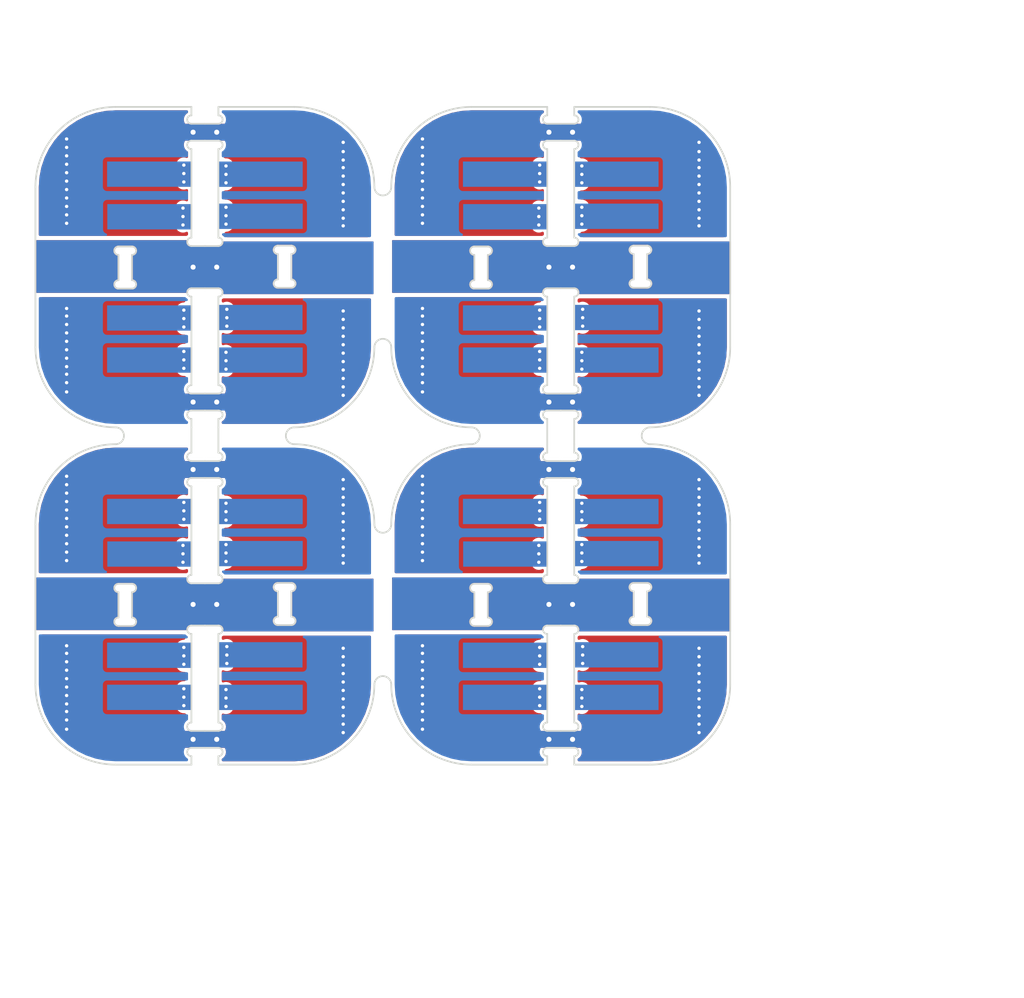
<source format=kicad_pcb>
(kicad_pcb (version 20171130) (host pcbnew 5.1.0-060a0da~80~ubuntu18.04.1)
  (layers (0 F.Cu signal) (31 B.Cu signal) (34 B.Paste user) (35 F.Paste user) (36 B.SilkS user) (37 F.SilkS user) (38 B.Mask user) (39 F.Mask user) (44 Edge.Cuts user))
  (net 0 "")
  (net 1 "Net-(J9-Pad1)")
  (net 2 "Net-(J2-Pad1)")
  (net 3 "Net-(J4-Pad1)")
  (net 4 "Net-(J3-Pad1)")
  (net 5 "Net-(J1-Pad1)")
  (net 6 /B1_trans)
  (net 7 /B2_trans)
  (module yaqwsx:banana_2mm_side (layer B.Cu) (at 80.4 83.37 270)
    (fp_text reference J3 hide)
    (fp_text value banana hide)
    (pad 1 smd rect (at 0 0 270) (size 3 10) (layers B.Cu B.Paste B.Mask) (net 4 "Net-(J3-Pad1)"))
  )
  (module yaqwsx:banana_2mm_side (layer B.Cu) (at 80.425 88.42 270)
    (fp_text reference J4 hide)
    (fp_text value banana hide)
    (pad 1 smd rect (at 0 0 270) (size 3 10) (layers B.Cu B.Paste B.Mask) (net 3 "Net-(J4-Pad1)"))
  )
  (module yaqwsx:battery_spring_contact (layer F.Cu) (at 98.825 84.295)
    (fp_text reference J5 hide)
    (fp_text value B1_sping)
    (pad 1 smd trapezoid (at -3.85 0.1 180) (size 2.8 6) (rect_delta 5 0) (layers F.Cu F.Paste F.Mask) (net 6 /B1_trans))
    (pad 1 smd rect (at -5.8 0) (size 5 4) (layers F.Cu F.Paste F.Mask) (net 6 /B1_trans))
    (pad 1 smd rect (at 1.55 0.1) (size 8 11) (layers F.Cu F.Paste F.Mask) (net 6 /B1_trans))
  )
  (module BATTERY:pad_3x5 (layer F.Cu) (at 88.4 94.395)
    (fp_text reference J9 hide)
    (fp_text value mech hide)
    (pad 1 thru_hole rect (at 0 0) (size 3 5) (drill 0.6) (layers *.Cu *.Mask) (net 1 "Net-(J9-Pad1)"))
  )
  (module yaqwsx:banana_2mm_side (layer B.Cu) (at 93.575 100.37 90)
    (fp_text reference J4 hide)
    (fp_text value banana hide)
    (pad 1 smd rect (at 0 0 90) (size 3 10) (layers B.Cu B.Paste B.Mask) (net 3 "Net-(J4-Pad1)"))
  )
  (module yaqwsx:banana_2mm_side (layer B.Cu) (at 80.4 100.425 270)
    (fp_text reference J1 hide)
    (fp_text value banana hide)
    (pad 1 smd rect (at 0 0 270) (size 3 10) (layers B.Cu B.Paste B.Mask) (net 5 "Net-(J1-Pad1)"))
  )
  (module yaqwsx:pad_2x3 (layer F.Cu) (at 85.6 78.395 180)
    (fp_text reference J11 hide)
    (fp_text value B2_trans hide)
    (pad 1 thru_hole rect (at 0 0 180) (size 3 2) (drill 0.6) (layers *.Cu *.Mask) (net 7 /B2_trans))
  )
  (module yaqwsx:pad_2x3 (layer F.Cu) (at 85.6 110.395 180)
    (fp_text reference J10 hide)
    (fp_text value B1_trans hide)
    (pad 1 thru_hole rect (at 0 0 180) (size 3 2) (drill 0.6) (layers *.Cu *.Mask) (net 6 /B1_trans))
  )
  (module yaqwsx:battery_spring_contact (layer F.Cu) (at 75.1 84.47 180)
    (fp_text reference J6 hide)
    (fp_text value B2_sping)
    (pad 1 smd rect (at 1.55 0.1 180) (size 8 11) (layers F.Cu F.Paste F.Mask) (net 7 /B2_trans))
    (pad 1 smd rect (at -5.8 0 180) (size 5 4) (layers F.Cu F.Paste F.Mask) (net 7 /B2_trans))
    (pad 1 smd trapezoid (at -3.85 0.1) (size 2.8 6) (rect_delta 5 0) (layers F.Cu F.Paste F.Mask) (net 7 /B2_trans))
  )
  (module yaqwsx:battery_spring_contact (layer F.Cu) (at 98.9 104.32)
    (fp_text reference J6 hide)
    (fp_text value B2_sping)
    (pad 1 smd trapezoid (at -3.85 0.1 180) (size 2.8 6) (rect_delta 5 0) (layers F.Cu F.Paste F.Mask) (net 7 /B2_trans))
    (pad 1 smd rect (at -5.8 0) (size 5 4) (layers F.Cu F.Paste F.Mask) (net 7 /B2_trans))
    (pad 1 smd rect (at 1.55 0.1) (size 8 11) (layers F.Cu F.Paste F.Mask) (net 7 /B2_trans))
  )
  (module yaqwsx:pad_2x3 (layer F.Cu) (at 88.4 78.395)
    (fp_text reference J10 hide)
    (fp_text value B1_trans hide)
    (pad 1 thru_hole rect (at 0 0) (size 3 2) (drill 0.6) (layers *.Cu *.Mask) (net 6 /B1_trans))
  )
  (module yaqwsx:banana_2mm_side (layer B.Cu) (at 93.6 83.375 90)
    (fp_text reference J2 hide)
    (fp_text value banana hide)
    (pad 1 smd rect (at 0 0 90) (size 3 10) (layers B.Cu B.Paste B.Mask) (net 2 "Net-(J2-Pad1)"))
  )
  (module yaqwsx:banana_2mm_side (layer B.Cu) (at 93.6 88.365 90)
    (fp_text reference J1 hide)
    (fp_text value banana hide)
    (pad 1 smd rect (at 0 0 90) (size 3 10) (layers B.Cu B.Paste B.Mask) (net 5 "Net-(J1-Pad1)"))
  )
  (module yaqwsx:pad_2x3 (layer F.Cu) (at 88.4 110.395)
    (fp_text reference J11 hide)
    (fp_text value B2_trans hide)
    (pad 1 thru_hole rect (at 0 0) (size 3 2) (drill 0.6) (layers *.Cu *.Mask) (net 7 /B2_trans))
  )
  (module BATTERY:pad_3x5 (layer F.Cu) (at 85.6 94.395 180)
    (fp_text reference J9 hide)
    (fp_text value mech hide)
    (pad 1 thru_hole rect (at 0 0 180) (size 3 5) (drill 0.6) (layers *.Cu *.Mask) (net 1 "Net-(J9-Pad1)"))
  )
  (module yaqwsx:banana_2mm_side (layer B.Cu) (at 93.6 128.365 90)
    (fp_text reference J1 hide)
    (fp_text value banana hide)
    (pad 1 smd rect (at 0 0 90) (size 3 10) (layers B.Cu B.Paste B.Mask) (net 5 "Net-(J1-Pad1)"))
  )
  (module yaqwsx:pad_2x3 (layer F.Cu) (at 88.4 150.395)
    (fp_text reference J11 hide)
    (fp_text value B2_trans hide)
    (pad 1 thru_hole rect (at 0 0) (size 3 2) (drill 0.6) (layers *.Cu *.Mask) (net 7 /B2_trans))
  )
  (module yaqwsx:pad_2x3 (layer F.Cu) (at 88.4 118.395)
    (fp_text reference J10 hide)
    (fp_text value B1_trans hide)
    (pad 1 thru_hole rect (at 0 0) (size 3 2) (drill 0.6) (layers *.Cu *.Mask) (net 6 /B1_trans))
  )
  (module yaqwsx:banana_2mm_side (layer B.Cu) (at 93.575 140.37 90)
    (fp_text reference J4 hide)
    (fp_text value banana hide)
    (pad 1 smd rect (at 0 0 90) (size 3 10) (layers B.Cu B.Paste B.Mask) (net 3 "Net-(J4-Pad1)"))
  )
  (module yaqwsx:banana_2mm_side (layer B.Cu) (at 80.4 105.415 270)
    (fp_text reference J2 hide)
    (fp_text value banana hide)
    (pad 1 smd rect (at 0 0 270) (size 3 10) (layers B.Cu B.Paste B.Mask) (net 2 "Net-(J2-Pad1)"))
  )
  (module yaqwsx:battery_spring_contact (layer F.Cu) (at 98.9 144.32)
    (fp_text reference J6 hide)
    (fp_text value B2_sping)
    (pad 1 smd trapezoid (at -3.85 0.1 180) (size 2.8 6) (rect_delta 5 0) (layers F.Cu F.Paste F.Mask) (net 7 /B2_trans))
    (pad 1 smd rect (at -5.8 0) (size 5 4) (layers F.Cu F.Paste F.Mask) (net 7 /B2_trans))
    (pad 1 smd rect (at 1.55 0.1) (size 8 11) (layers F.Cu F.Paste F.Mask) (net 7 /B2_trans))
  )
  (module BATTERY:pad_3x5 (layer F.Cu) (at 85.6 134.395 180)
    (fp_text reference J9 hide)
    (fp_text value mech hide)
    (pad 1 thru_hole rect (at 0 0 180) (size 3 5) (drill 0.6) (layers *.Cu *.Mask) (net 1 "Net-(J9-Pad1)"))
  )
  (module yaqwsx:banana_2mm_side (layer B.Cu) (at 80.425 128.42 270)
    (fp_text reference J4 hide)
    (fp_text value banana hide)
    (pad 1 smd rect (at 0 0 270) (size 3 10) (layers B.Cu B.Paste B.Mask) (net 3 "Net-(J4-Pad1)"))
  )
  (module yaqwsx:pad_2x3 (layer F.Cu) (at 85.6 150.395 180)
    (fp_text reference J10 hide)
    (fp_text value B1_trans hide)
    (pad 1 thru_hole rect (at 0 0 180) (size 3 2) (drill 0.6) (layers *.Cu *.Mask) (net 6 /B1_trans))
  )
  (module yaqwsx:banana_2mm_side (layer B.Cu) (at 80.4 145.415 270)
    (fp_text reference J2 hide)
    (fp_text value banana hide)
    (pad 1 smd rect (at 0 0 270) (size 3 10) (layers B.Cu B.Paste B.Mask) (net 2 "Net-(J2-Pad1)"))
  )
  (module yaqwsx:battery_spring_contact (layer F.Cu) (at 75.175 104.495 180)
    (fp_text reference J5 hide)
    (fp_text value B1_sping)
    (pad 1 smd rect (at 1.55 0.1 180) (size 8 11) (layers F.Cu F.Paste F.Mask) (net 6 /B1_trans))
    (pad 1 smd rect (at -5.8 0 180) (size 5 4) (layers F.Cu F.Paste F.Mask) (net 6 /B1_trans))
    (pad 1 smd trapezoid (at -3.85 0.1) (size 2.8 6) (rect_delta 5 0) (layers F.Cu F.Paste F.Mask) (net 6 /B1_trans))
  )
  (module yaqwsx:banana_2mm_side (layer B.Cu) (at 93.6 145.42 90)
    (fp_text reference J3 hide)
    (fp_text value banana hide)
    (pad 1 smd rect (at 0 0 90) (size 3 10) (layers B.Cu B.Paste B.Mask) (net 4 "Net-(J3-Pad1)"))
  )
  (module yaqwsx:banana_2mm_side (layer B.Cu) (at 80.4 140.425 270)
    (fp_text reference J1 hide)
    (fp_text value banana hide)
    (pad 1 smd rect (at 0 0 270) (size 3 10) (layers B.Cu B.Paste B.Mask) (net 5 "Net-(J1-Pad1)"))
  )
  (module yaqwsx:battery_spring_contact (layer F.Cu) (at 98.825 124.295)
    (fp_text reference J5 hide)
    (fp_text value B1_sping)
    (pad 1 smd trapezoid (at -3.85 0.1 180) (size 2.8 6) (rect_delta 5 0) (layers F.Cu F.Paste F.Mask) (net 6 /B1_trans))
    (pad 1 smd rect (at -5.8 0) (size 5 4) (layers F.Cu F.Paste F.Mask) (net 6 /B1_trans))
    (pad 1 smd rect (at 1.55 0.1) (size 8 11) (layers F.Cu F.Paste F.Mask) (net 6 /B1_trans))
  )
  (module yaqwsx:banana_2mm_side (layer B.Cu) (at 93.6 105.42 90)
    (fp_text reference J3 hide)
    (fp_text value banana hide)
    (pad 1 smd rect (at 0 0 90) (size 3 10) (layers B.Cu B.Paste B.Mask) (net 4 "Net-(J3-Pad1)"))
  )
  (module yaqwsx:pad_2x3 (layer F.Cu) (at 85.6 118.395 180)
    (fp_text reference J11 hide)
    (fp_text value B2_trans hide)
    (pad 1 thru_hole rect (at 0 0 180) (size 3 2) (drill 0.6) (layers *.Cu *.Mask) (net 7 /B2_trans))
  )
  (module BATTERY:pad_3x5 (layer F.Cu) (at 88.4 134.395)
    (fp_text reference J9 hide)
    (fp_text value mech hide)
    (pad 1 thru_hole rect (at 0 0) (size 3 5) (drill 0.6) (layers *.Cu *.Mask) (net 1 "Net-(J9-Pad1)"))
  )
  (module yaqwsx:battery_spring_contact (layer F.Cu) (at 75.1 124.47 180)
    (fp_text reference J6 hide)
    (fp_text value B2_sping)
    (pad 1 smd rect (at 1.55 0.1 180) (size 8 11) (layers F.Cu F.Paste F.Mask) (net 7 /B2_trans))
    (pad 1 smd rect (at -5.8 0 180) (size 5 4) (layers F.Cu F.Paste F.Mask) (net 7 /B2_trans))
    (pad 1 smd trapezoid (at -3.85 0.1) (size 2.8 6) (rect_delta 5 0) (layers F.Cu F.Paste F.Mask) (net 7 /B2_trans))
  )
  (module yaqwsx:banana_2mm_side (layer B.Cu) (at 80.4 123.37 270)
    (fp_text reference J3 hide)
    (fp_text value banana hide)
    (pad 1 smd rect (at 0 0 270) (size 3 10) (layers B.Cu B.Paste B.Mask) (net 4 "Net-(J3-Pad1)"))
  )
  (module yaqwsx:battery_spring_contact (layer F.Cu) (at 75.175 144.495 180)
    (fp_text reference J5 hide)
    (fp_text value B1_sping)
    (pad 1 smd rect (at 1.55 0.1 180) (size 8 11) (layers F.Cu F.Paste F.Mask) (net 6 /B1_trans))
    (pad 1 smd rect (at -5.8 0 180) (size 5 4) (layers F.Cu F.Paste F.Mask) (net 6 /B1_trans))
    (pad 1 smd trapezoid (at -3.85 0.1) (size 2.8 6) (rect_delta 5 0) (layers F.Cu F.Paste F.Mask) (net 6 /B1_trans))
  )
  (module yaqwsx:banana_2mm_side (layer B.Cu) (at 93.6 123.375 90)
    (fp_text reference J2 hide)
    (fp_text value banana hide)
    (pad 1 smd rect (at 0 0 90) (size 3 10) (layers B.Cu B.Paste B.Mask) (net 2 "Net-(J2-Pad1)"))
  )
  (module yaqwsx:banana_2mm_side (layer B.Cu) (at 135.8 128.365 90)
    (fp_text reference J1 hide)
    (fp_text value banana hide)
    (pad 1 smd rect (at 0 0 90) (size 3 10) (layers B.Cu B.Paste B.Mask) (net 5 "Net-(J1-Pad1)"))
  )
  (module yaqwsx:pad_2x3 (layer F.Cu) (at 130.6 150.395)
    (fp_text reference J11 hide)
    (fp_text value B2_trans hide)
    (pad 1 thru_hole rect (at 0 0) (size 3 2) (drill 0.6) (layers *.Cu *.Mask) (net 7 /B2_trans))
  )
  (module yaqwsx:pad_2x3 (layer F.Cu) (at 130.6 118.395)
    (fp_text reference J10 hide)
    (fp_text value B1_trans hide)
    (pad 1 thru_hole rect (at 0 0) (size 3 2) (drill 0.6) (layers *.Cu *.Mask) (net 6 /B1_trans))
  )
  (module yaqwsx:banana_2mm_side (layer B.Cu) (at 135.775 140.37 90)
    (fp_text reference J4 hide)
    (fp_text value banana hide)
    (pad 1 smd rect (at 0 0 90) (size 3 10) (layers B.Cu B.Paste B.Mask) (net 3 "Net-(J4-Pad1)"))
  )
  (module yaqwsx:battery_spring_contact (layer F.Cu) (at 141.1 144.32)
    (fp_text reference J6 hide)
    (fp_text value B2_sping)
    (pad 1 smd trapezoid (at -3.85 0.1 180) (size 2.8 6) (rect_delta 5 0) (layers F.Cu F.Paste F.Mask) (net 7 /B2_trans))
    (pad 1 smd rect (at -5.8 0) (size 5 4) (layers F.Cu F.Paste F.Mask) (net 7 /B2_trans))
    (pad 1 smd rect (at 1.55 0.1) (size 8 11) (layers F.Cu F.Paste F.Mask) (net 7 /B2_trans))
  )
  (module BATTERY:pad_3x5 (layer F.Cu) (at 127.8 134.395 180)
    (fp_text reference J9 hide)
    (fp_text value mech hide)
    (pad 1 thru_hole rect (at 0 0 180) (size 3 5) (drill 0.6) (layers *.Cu *.Mask) (net 1 "Net-(J9-Pad1)"))
  )
  (module yaqwsx:banana_2mm_side (layer B.Cu) (at 122.625 128.42 270)
    (fp_text reference J4 hide)
    (fp_text value banana hide)
    (pad 1 smd rect (at 0 0 270) (size 3 10) (layers B.Cu B.Paste B.Mask) (net 3 "Net-(J4-Pad1)"))
  )
  (module yaqwsx:pad_2x3 (layer F.Cu) (at 127.8 150.395 180)
    (fp_text reference J10 hide)
    (fp_text value B1_trans hide)
    (pad 1 thru_hole rect (at 0 0 180) (size 3 2) (drill 0.6) (layers *.Cu *.Mask) (net 6 /B1_trans))
  )
  (module yaqwsx:banana_2mm_side (layer B.Cu) (at 122.6 145.415 270)
    (fp_text reference J2 hide)
    (fp_text value banana hide)
    (pad 1 smd rect (at 0 0 270) (size 3 10) (layers B.Cu B.Paste B.Mask) (net 2 "Net-(J2-Pad1)"))
  )
  (module yaqwsx:banana_2mm_side (layer B.Cu) (at 135.8 145.42 90)
    (fp_text reference J3 hide)
    (fp_text value banana hide)
    (pad 1 smd rect (at 0 0 90) (size 3 10) (layers B.Cu B.Paste B.Mask) (net 4 "Net-(J3-Pad1)"))
  )
  (module yaqwsx:banana_2mm_side (layer B.Cu) (at 122.6 140.425 270)
    (fp_text reference J1 hide)
    (fp_text value banana hide)
    (pad 1 smd rect (at 0 0 270) (size 3 10) (layers B.Cu B.Paste B.Mask) (net 5 "Net-(J1-Pad1)"))
  )
  (module yaqwsx:battery_spring_contact (layer F.Cu) (at 141.025 124.295)
    (fp_text reference J5 hide)
    (fp_text value B1_sping)
    (pad 1 smd trapezoid (at -3.85 0.1 180) (size 2.8 6) (rect_delta 5 0) (layers F.Cu F.Paste F.Mask) (net 6 /B1_trans))
    (pad 1 smd rect (at -5.8 0) (size 5 4) (layers F.Cu F.Paste F.Mask) (net 6 /B1_trans))
    (pad 1 smd rect (at 1.55 0.1) (size 8 11) (layers F.Cu F.Paste F.Mask) (net 6 /B1_trans))
  )
  (module yaqwsx:pad_2x3 (layer F.Cu) (at 127.8 118.395 180)
    (fp_text reference J11 hide)
    (fp_text value B2_trans hide)
    (pad 1 thru_hole rect (at 0 0 180) (size 3 2) (drill 0.6) (layers *.Cu *.Mask) (net 7 /B2_trans))
  )
  (module BATTERY:pad_3x5 (layer F.Cu) (at 130.6 134.395)
    (fp_text reference J9 hide)
    (fp_text value mech hide)
    (pad 1 thru_hole rect (at 0 0) (size 3 5) (drill 0.6) (layers *.Cu *.Mask) (net 1 "Net-(J9-Pad1)"))
  )
  (module yaqwsx:battery_spring_contact (layer F.Cu) (at 117.3 124.47 180)
    (fp_text reference J6 hide)
    (fp_text value B2_sping)
    (pad 1 smd rect (at 1.55 0.1 180) (size 8 11) (layers F.Cu F.Paste F.Mask) (net 7 /B2_trans))
    (pad 1 smd rect (at -5.8 0 180) (size 5 4) (layers F.Cu F.Paste F.Mask) (net 7 /B2_trans))
    (pad 1 smd trapezoid (at -3.85 0.1) (size 2.8 6) (rect_delta 5 0) (layers F.Cu F.Paste F.Mask) (net 7 /B2_trans))
  )
  (module yaqwsx:banana_2mm_side (layer B.Cu) (at 122.6 123.37 270)
    (fp_text reference J3 hide)
    (fp_text value banana hide)
    (pad 1 smd rect (at 0 0 270) (size 3 10) (layers B.Cu B.Paste B.Mask) (net 4 "Net-(J3-Pad1)"))
  )
  (module yaqwsx:battery_spring_contact (layer F.Cu) (at 117.375 144.495 180)
    (fp_text reference J5 hide)
    (fp_text value B1_sping)
    (pad 1 smd rect (at 1.55 0.1 180) (size 8 11) (layers F.Cu F.Paste F.Mask) (net 6 /B1_trans))
    (pad 1 smd rect (at -5.8 0 180) (size 5 4) (layers F.Cu F.Paste F.Mask) (net 6 /B1_trans))
    (pad 1 smd trapezoid (at -3.85 0.1) (size 2.8 6) (rect_delta 5 0) (layers F.Cu F.Paste F.Mask) (net 6 /B1_trans))
  )
  (module yaqwsx:banana_2mm_side (layer B.Cu) (at 135.8 123.375 90)
    (fp_text reference J2 hide)
    (fp_text value banana hide)
    (pad 1 smd rect (at 0 0 90) (size 3 10) (layers B.Cu B.Paste B.Mask) (net 2 "Net-(J2-Pad1)"))
  )
  (module BATTERY:pad_3x5 (layer F.Cu) (at 127.8 94.395 180)
    (fp_text reference J9 hide)
    (fp_text value mech hide)
    (pad 1 thru_hole rect (at 0 0 180) (size 3 5) (drill 0.6) (layers *.Cu *.Mask) (net 1 "Net-(J9-Pad1)"))
  )
  (module yaqwsx:banana_2mm_side (layer B.Cu) (at 122.625 88.42 270)
    (fp_text reference J4 hide)
    (fp_text value banana hide)
    (pad 1 smd rect (at 0 0 270) (size 3 10) (layers B.Cu B.Paste B.Mask) (net 3 "Net-(J4-Pad1)"))
  )
  (module yaqwsx:pad_2x3 (layer F.Cu) (at 127.8 110.395 180)
    (fp_text reference J10 hide)
    (fp_text value B1_trans hide)
    (pad 1 thru_hole rect (at 0 0 180) (size 3 2) (drill 0.6) (layers *.Cu *.Mask) (net 6 /B1_trans))
  )
  (module yaqwsx:banana_2mm_side (layer B.Cu) (at 122.6 105.415 270)
    (fp_text reference J2 hide)
    (fp_text value banana hide)
    (pad 1 smd rect (at 0 0 270) (size 3 10) (layers B.Cu B.Paste B.Mask) (net 2 "Net-(J2-Pad1)"))
  )
  (module yaqwsx:banana_2mm_side (layer B.Cu) (at 122.6 100.425 270)
    (fp_text reference J1 hide)
    (fp_text value banana hide)
    (pad 1 smd rect (at 0 0 270) (size 3 10) (layers B.Cu B.Paste B.Mask) (net 5 "Net-(J1-Pad1)"))
  )
  (module yaqwsx:pad_2x3 (layer F.Cu) (at 127.8 78.395 180)
    (fp_text reference J11 hide)
    (fp_text value B2_trans hide)
    (pad 1 thru_hole rect (at 0 0 180) (size 3 2) (drill 0.6) (layers *.Cu *.Mask) (net 7 /B2_trans))
  )
  (module yaqwsx:battery_spring_contact (layer F.Cu) (at 117.3 84.47 180)
    (fp_text reference J6 hide)
    (fp_text value B2_sping)
    (pad 1 smd rect (at 1.55 0.1 180) (size 8 11) (layers F.Cu F.Paste F.Mask) (net 7 /B2_trans))
    (pad 1 smd rect (at -5.8 0 180) (size 5 4) (layers F.Cu F.Paste F.Mask) (net 7 /B2_trans))
    (pad 1 smd trapezoid (at -3.85 0.1) (size 2.8 6) (rect_delta 5 0) (layers F.Cu F.Paste F.Mask) (net 7 /B2_trans))
  )
  (module yaqwsx:banana_2mm_side (layer B.Cu) (at 122.6 83.37 270)
    (fp_text reference J3 hide)
    (fp_text value banana hide)
    (pad 1 smd rect (at 0 0 270) (size 3 10) (layers B.Cu B.Paste B.Mask) (net 4 "Net-(J3-Pad1)"))
  )
  (module yaqwsx:battery_spring_contact (layer F.Cu) (at 117.375 104.495 180)
    (fp_text reference J5 hide)
    (fp_text value B1_sping)
    (pad 1 smd rect (at 1.55 0.1 180) (size 8 11) (layers F.Cu F.Paste F.Mask) (net 6 /B1_trans))
    (pad 1 smd rect (at -5.8 0 180) (size 5 4) (layers F.Cu F.Paste F.Mask) (net 6 /B1_trans))
    (pad 1 smd trapezoid (at -3.85 0.1) (size 2.8 6) (rect_delta 5 0) (layers F.Cu F.Paste F.Mask) (net 6 /B1_trans))
  )
  (module yaqwsx:battery_spring_contact (layer F.Cu) (at 141.025 84.295)
    (fp_text reference J5 hide)
    (fp_text value B1_sping)
    (pad 1 smd trapezoid (at -3.85 0.1 180) (size 2.8 6) (rect_delta 5 0) (layers F.Cu F.Paste F.Mask) (net 6 /B1_trans))
    (pad 1 smd rect (at -5.8 0) (size 5 4) (layers F.Cu F.Paste F.Mask) (net 6 /B1_trans))
    (pad 1 smd rect (at 1.55 0.1) (size 8 11) (layers F.Cu F.Paste F.Mask) (net 6 /B1_trans))
  )
  (module yaqwsx:banana_2mm_side (layer B.Cu) (at 135.8 83.375 90)
    (fp_text reference J2 hide)
    (fp_text value banana hide)
    (pad 1 smd rect (at 0 0 90) (size 3 10) (layers B.Cu B.Paste B.Mask) (net 2 "Net-(J2-Pad1)"))
  )
  (module yaqwsx:pad_2x3 (layer F.Cu) (at 130.6 110.395)
    (fp_text reference J11 hide)
    (fp_text value B2_trans hide)
    (pad 1 thru_hole rect (at 0 0) (size 3 2) (drill 0.6) (layers *.Cu *.Mask) (net 7 /B2_trans))
  )
  (module yaqwsx:pad_2x3 (layer F.Cu) (at 130.6 78.395)
    (fp_text reference J10 hide)
    (fp_text value B1_trans hide)
    (pad 1 thru_hole rect (at 0 0) (size 3 2) (drill 0.6) (layers *.Cu *.Mask) (net 6 /B1_trans))
  )
  (module yaqwsx:banana_2mm_side (layer B.Cu) (at 135.8 105.42 90)
    (fp_text reference J3 hide)
    (fp_text value banana hide)
    (pad 1 smd rect (at 0 0 90) (size 3 10) (layers B.Cu B.Paste B.Mask) (net 4 "Net-(J3-Pad1)"))
  )
  (module yaqwsx:battery_spring_contact (layer F.Cu) (at 141.1 104.32)
    (fp_text reference J6 hide)
    (fp_text value B2_sping)
    (pad 1 smd trapezoid (at -3.85 0.1 180) (size 2.8 6) (rect_delta 5 0) (layers F.Cu F.Paste F.Mask) (net 7 /B2_trans))
    (pad 1 smd rect (at -5.8 0) (size 5 4) (layers F.Cu F.Paste F.Mask) (net 7 /B2_trans))
    (pad 1 smd rect (at 1.55 0.1) (size 8 11) (layers F.Cu F.Paste F.Mask) (net 7 /B2_trans))
  )
  (module BATTERY:pad_3x5 (layer F.Cu) (at 130.6 94.395)
    (fp_text reference J9 hide)
    (fp_text value mech hide)
    (pad 1 thru_hole rect (at 0 0) (size 3 5) (drill 0.6) (layers *.Cu *.Mask) (net 1 "Net-(J9-Pad1)"))
  )
  (module yaqwsx:banana_2mm_side (layer B.Cu) (at 135.8 88.365 90)
    (fp_text reference J1 hide)
    (fp_text value banana hide)
    (pad 1 smd rect (at 0 0 90) (size 3 10) (layers B.Cu B.Paste B.Mask) (net 5 "Net-(J1-Pad1)"))
  )
  (module yaqwsx:banana_2mm_side (layer B.Cu) (at 135.775 100.37 90)
    (fp_text reference J4 hide)
    (fp_text value banana hide)
    (pad 1 smd rect (at 0 0 90) (size 3 10) (layers B.Cu B.Paste B.Mask) (net 3 "Net-(J4-Pad1)"))
  )
  (gr_line (start 85.4 113.395) (end 85.4 112.395) (layer Edge.Cuts) (width 0.2))
  (gr_arc (start 88.6 108.895) (end 88.6 109.395) (angle -180) (layer Edge.Cuts) (width 0.2))
  (gr_arc (start 85.4 97.395) (end 85.4 96.895) (angle -180) (layer Edge.Cuts) (width 0.2))
  (gr_arc (start 97.25 136.345) (end 97.25 136.845) (angle -180) (layer Edge.Cuts) (width 0.2))
  (gr_line (start 76.75 95.945) (end 76.75 92.945) (layer Edge.Cuts) (width 0.2))
  (gr_line (start 85.4 116.395) (end 85.4 113.395) (layer Edge.Cuts) (width 0.2))
  (gr_line (start 66.9 143.895) (end 66.9 124.895) (layer Edge.Cuts) (width 0.2))
  (gr_arc (start 97.6 124.895) (end 107.1 124.895) (angle -90) (layer Edge.Cuts) (width 0.2))
  (gr_line (start 95.65 131.845) (end 97.25 131.845) (layer Edge.Cuts) (width 0.2))
  (gr_arc (start 85.4 137.395) (end 85.4 136.895) (angle -180) (layer Edge.Cuts) (width 0.2))
  (gr_line (start 88.6 131.895) (end 87 131.895) (layer Edge.Cuts) (width 0.2))
  (gr_line (start 97.25 92.845) (end 97.25 95.845) (layer Edge.Cuts) (width 0.2))
  (gr_line (start 87 119.395) (end 88.61 119.395) (layer Edge.Cuts) (width 0.2))
  (gr_line (start 85.4 79.395) (end 87 79.395) (layer Edge.Cuts) (width 0.2))
  (gr_arc (start 88.6 76.895) (end 88.6 77.395) (angle -180) (layer Edge.Cuts) (width 0.2))
  (gr_arc (start 76.4 103.895) (end 66.9 103.895) (angle -90) (layer Edge.Cuts) (width 0.2))
  (gr_arc (start 78.35 92.445) (end 78.35 92.945) (angle -180) (layer Edge.Cuts) (width 0.2))
  (gr_line (start 95.65 92.845) (end 95.65 95.845) (layer Edge.Cuts) (width 0.2))
  (gr_line (start 88.6 75.395) (end 88.6 76.395) (layer Edge.Cuts) (width 0.2))
  (gr_line (start 85.4 111.395) (end 87 111.395) (layer Edge.Cuts) (width 0.2))
  (gr_arc (start 76.4 114.395) (end 76.4 115.395) (angle -180) (layer Edge.Cuts) (width 0.2))
  (gr_arc (start 97.6 114.395) (end 97.6 113.395) (angle -180) (layer Edge.Cuts) (width 0.2))
  (gr_line (start 87 77.395) (end 85.4 77.395) (layer Edge.Cuts) (width 0.2))
  (gr_line (start 78.35 95.945) (end 78.35 92.945) (layer Edge.Cuts) (width 0.2))
  (gr_line (start 85.4 76.395) (end 85.4 75.395) (layer Edge.Cuts) (width 0.2))
  (gr_arc (start 88.6 97.395) (end 88.6 97.895) (angle -180) (layer Edge.Cuts) (width 0.2))
  (gr_arc (start 88.6 79.895) (end 88.6 80.395) (angle -178.8542372) (layer Edge.Cuts) (width 0.2))
  (gr_line (start 88.6 97.895) (end 88.6 108.395) (layer Edge.Cuts) (width 0.2))
  (gr_line (start 88.6 91.895) (end 87 91.895) (layer Edge.Cuts) (width 0.2))
  (gr_line (start 88.6 80.395) (end 88.6 90.895) (layer Edge.Cuts) (width 0.2))
  (gr_line (start 76.75 91.945) (end 78.35 91.945) (layer Edge.Cuts) (width 0.2))
  (gr_arc (start 88.6 111.895) (end 88.6 112.395) (angle -180) (layer Edge.Cuts) (width 0.2))
  (gr_arc (start 88.6 137.395) (end 88.6 137.895) (angle -180) (layer Edge.Cuts) (width 0.2))
  (gr_arc (start 76.75 92.445) (end 76.75 91.945) (angle -180) (layer Edge.Cuts) (width 0.2))
  (gr_arc (start 97.25 132.345) (end 97.25 132.845) (angle -180) (layer Edge.Cuts) (width 0.2))
  (gr_line (start 85.4 75.395) (end 76.4 75.395) (layer Edge.Cuts) (width 0.2))
  (gr_line (start 97.25 132.845) (end 97.25 135.845) (layer Edge.Cuts) (width 0.2))
  (gr_arc (start 85.4 79.895) (end 85.4 79.395) (angle -180) (layer Edge.Cuts) (width 0.2))
  (gr_line (start 97.25 96.845) (end 95.65 96.845) (layer Edge.Cuts) (width 0.2))
  (gr_line (start 85.4 90.895) (end 85.4 80.395) (layer Edge.Cuts) (width 0.2))
  (gr_line (start 95.65 91.845) (end 97.25 91.845) (layer Edge.Cuts) (width 0.2))
  (gr_arc (start 95.65 92.345) (end 95.65 91.845) (angle -180) (layer Edge.Cuts) (width 0.2))
  (gr_line (start 88.6 109.395) (end 87 109.395) (layer Edge.Cuts) (width 0.2))
  (gr_line (start 97.6 75.395) (end 88.6 75.395) (layer Edge.Cuts) (width 0.2))
  (gr_arc (start 97.25 96.345) (end 97.25 96.845) (angle -180) (layer Edge.Cuts) (width 0.2))
  (gr_arc (start 95.65 132.345) (end 95.65 131.845) (angle -180) (layer Edge.Cuts) (width 0.2))
  (gr_line (start 87 91.895) (end 85.4 91.895) (layer Edge.Cuts) (width 0.2))
  (gr_line (start 88.6 117.395) (end 87 117.395) (layer Edge.Cuts) (width 0.2))
  (gr_line (start 87 111.395) (end 88.6 111.395) (layer Edge.Cuts) (width 0.2))
  (gr_line (start 87 109.395) (end 85.39 109.395) (layer Edge.Cuts) (width 0.2))
  (gr_line (start 88.6 112.395) (end 88.6 113.395) (layer Edge.Cuts) (width 0.2))
  (gr_arc (start 88.6 116.895) (end 88.6 117.395) (angle -180) (layer Edge.Cuts) (width 0.2))
  (gr_line (start 85.4 108.395) (end 85.4 97.895) (layer Edge.Cuts) (width 0.2))
  (gr_line (start 88.6 149.395) (end 87 149.395) (layer Edge.Cuts) (width 0.2))
  (gr_arc (start 88.6 91.395) (end 88.6 91.895) (angle -180) (layer Edge.Cuts) (width 0.2))
  (gr_arc (start 88.6 131.395) (end 88.6 131.895) (angle -180) (layer Edge.Cuts) (width 0.2))
  (gr_line (start 76.75 135.945) (end 76.75 132.945) (layer Edge.Cuts) (width 0.2))
  (gr_line (start 88.6 120.395) (end 88.6 130.895) (layer Edge.Cuts) (width 0.2))
  (gr_line (start 88.6 77.395) (end 87 77.395) (layer Edge.Cuts) (width 0.2))
  (gr_line (start 85.4 151.395) (end 87 151.395) (layer Edge.Cuts) (width 0.2))
  (gr_line (start 87 131.895) (end 85.4 131.895) (layer Edge.Cuts) (width 0.2))
  (gr_line (start 88.6 152.395) (end 88.6 153.395) (layer Edge.Cuts) (width 0.2))
  (gr_arc (start 85.4 131.395) (end 85.4 130.895) (angle -180) (layer Edge.Cuts) (width 0.2))
  (gr_arc (start 85.4 148.895) (end 85.4 148.395) (angle -178.8542372) (layer Edge.Cuts) (width 0.2))
  (gr_arc (start 85.4 108.895) (end 85.4 108.395) (angle -178.8542372) (layer Edge.Cuts) (width 0.2))
  (gr_line (start 85.4 130.895) (end 85.4 120.395) (layer Edge.Cuts) (width 0.2))
  (gr_line (start 85.4 136.895) (end 87 136.895) (layer Edge.Cuts) (width 0.2))
  (gr_line (start 85.4 96.895) (end 87 96.895) (layer Edge.Cuts) (width 0.2))
  (gr_line (start 87 96.895) (end 88.6 96.895) (layer Edge.Cuts) (width 0.2))
  (gr_line (start 85.4 148.395) (end 85.4 137.895) (layer Edge.Cuts) (width 0.2))
  (gr_line (start 97.25 136.845) (end 95.65 136.845) (layer Edge.Cuts) (width 0.2))
  (gr_arc (start 85.4 116.895) (end 85.4 116.395) (angle -180) (layer Edge.Cuts) (width 0.2))
  (gr_arc (start 95.65 96.345) (end 95.65 95.845) (angle -180) (layer Edge.Cuts) (width 0.2))
  (gr_arc (start 76.75 136.445) (end 76.75 135.945) (angle -180) (layer Edge.Cuts) (width 0.2))
  (gr_arc (start 76.4 143.895) (end 66.9 143.895) (angle -90) (layer Edge.Cuts) (width 0.2))
  (gr_arc (start 95.65 136.345) (end 95.65 135.845) (angle -180) (layer Edge.Cuts) (width 0.2))
  (gr_line (start 78.35 135.945) (end 78.35 132.945) (layer Edge.Cuts) (width 0.2))
  (gr_line (start 85.4 153.395) (end 85.4 152.395) (layer Edge.Cuts) (width 0.2))
  (gr_line (start 76.75 131.945) (end 78.35 131.945) (layer Edge.Cuts) (width 0.2))
  (gr_arc (start 97.25 92.345) (end 97.25 92.845) (angle -180) (layer Edge.Cuts) (width 0.2))
  (gr_line (start 66.9 103.895) (end 66.9 84.895) (layer Edge.Cuts) (width 0.2))
  (gr_line (start 88.6 113.395) (end 88.6 116.395) (layer Edge.Cuts) (width 0.2))
  (gr_arc (start 78.35 132.445) (end 78.35 132.945) (angle -180) (layer Edge.Cuts) (width 0.2))
  (gr_arc (start 88.6 148.895) (end 88.6 149.395) (angle -180) (layer Edge.Cuts) (width 0.2))
  (gr_arc (start 85.4 76.895) (end 85.4 76.395) (angle -180) (layer Edge.Cuts) (width 0.2))
  (gr_arc (start 76.4 84.895) (end 76.4 75.395) (angle -90) (layer Edge.Cuts) (width 0.2))
  (gr_line (start 78.35 96.945) (end 76.75 96.945) (layer Edge.Cuts) (width 0.2))
  (gr_arc (start 78.35 96.445) (end 78.35 96.945) (angle -180) (layer Edge.Cuts) (width 0.2))
  (gr_line (start 87 117.395) (end 85.4 117.395) (layer Edge.Cuts) (width 0.2))
  (gr_arc (start 88.6 151.895) (end 88.6 152.395) (angle -180) (layer Edge.Cuts) (width 0.2))
  (gr_arc (start 76.75 96.445) (end 76.75 95.945) (angle -180) (layer Edge.Cuts) (width 0.2))
  (gr_arc (start 76.4 124.895) (end 76.4 115.395) (angle -90) (layer Edge.Cuts) (width 0.2))
  (gr_line (start 87 151.395) (end 88.6 151.395) (layer Edge.Cuts) (width 0.2))
  (gr_line (start 87 149.395) (end 85.39 149.395) (layer Edge.Cuts) (width 0.2))
  (gr_line (start 88.6 137.895) (end 88.6 148.395) (layer Edge.Cuts) (width 0.2))
  (gr_line (start 88.6 153.395) (end 97.6 153.395) (layer Edge.Cuts) (width 0.2))
  (gr_arc (start 88.6 119.895) (end 88.6 120.395) (angle -178.8542372) (layer Edge.Cuts) (width 0.2))
  (gr_arc (start 97.6 143.895) (end 97.6 153.395) (angle -90) (layer Edge.Cuts) (width 0.2))
  (gr_arc (start 97.6 103.895) (end 97.6 113.395) (angle -90) (layer Edge.Cuts) (width 0.2))
  (gr_line (start 87 79.395) (end 88.61 79.395) (layer Edge.Cuts) (width 0.2))
  (gr_arc (start 97.6 84.895) (end 107.1 84.895) (angle -90) (layer Edge.Cuts) (width 0.2))
  (gr_arc (start 85.4 91.395) (end 85.4 90.895) (angle -180) (layer Edge.Cuts) (width 0.2))
  (gr_line (start 95.65 132.845) (end 95.65 135.845) (layer Edge.Cuts) (width 0.2))
  (gr_arc (start 85.4 119.895) (end 85.4 119.395) (angle -180) (layer Edge.Cuts) (width 0.2))
  (gr_line (start 76.4 153.395) (end 85.4 153.395) (layer Edge.Cuts) (width 0.2))
  (gr_line (start 85.4 119.395) (end 87 119.395) (layer Edge.Cuts) (width 0.2))
  (gr_arc (start 85.4 151.895) (end 85.4 151.395) (angle -180) (layer Edge.Cuts) (width 0.2))
  (gr_line (start 78.35 136.945) (end 76.75 136.945) (layer Edge.Cuts) (width 0.2))
  (gr_arc (start 78.35 136.445) (end 78.35 136.945) (angle -180) (layer Edge.Cuts) (width 0.2))
  (gr_arc (start 76.75 132.445) (end 76.75 131.945) (angle -180) (layer Edge.Cuts) (width 0.2))
  (gr_arc (start 85.4 111.895) (end 85.4 111.395) (angle -180) (layer Edge.Cuts) (width 0.2))
  (gr_line (start 87 136.895) (end 88.6 136.895) (layer Edge.Cuts) (width 0.2))
  (gr_arc (start 108.1 143.895) (end 109.1 143.895) (angle -180) (layer Edge.Cuts) (width 0.2))
  (gr_arc (start 108.1 124.895) (end 107.1 124.895) (angle -180) (layer Edge.Cuts) (width 0.2))
  (gr_arc (start 108.1 84.895) (end 107.1 84.895) (angle -180) (layer Edge.Cuts) (width 0.2))
  (gr_arc (start 108.1 103.895) (end 109.1 103.895) (angle -180) (layer Edge.Cuts) (width 0.2))
  (gr_arc (start 139.45 136.345) (end 139.45 136.845) (angle -180) (layer Edge.Cuts) (width 0.2))
  (gr_line (start 127.6 116.395) (end 127.6 115.395) (layer Edge.Cuts) (width 0.2))
  (gr_arc (start 139.8 124.895) (end 149.3 124.895) (angle -90) (layer Edge.Cuts) (width 0.2))
  (gr_line (start 137.85 131.845) (end 139.45 131.845) (layer Edge.Cuts) (width 0.2))
  (gr_arc (start 127.6 137.395) (end 127.6 136.895) (angle -180) (layer Edge.Cuts) (width 0.2))
  (gr_line (start 130.8 131.895) (end 129.2 131.895) (layer Edge.Cuts) (width 0.2))
  (gr_line (start 129.2 119.395) (end 130.81 119.395) (layer Edge.Cuts) (width 0.2))
  (gr_arc (start 130.8 137.395) (end 130.8 137.895) (angle -180) (layer Edge.Cuts) (width 0.2))
  (gr_arc (start 139.45 132.345) (end 139.45 132.845) (angle -180) (layer Edge.Cuts) (width 0.2))
  (gr_line (start 139.45 132.845) (end 139.45 135.845) (layer Edge.Cuts) (width 0.2))
  (gr_line (start 149.3 124.895) (end 149.3 143.895) (layer Edge.Cuts) (width 0.2))
  (gr_arc (start 137.85 132.345) (end 137.85 131.845) (angle -180) (layer Edge.Cuts) (width 0.2))
  (gr_line (start 130.8 117.395) (end 129.2 117.395) (layer Edge.Cuts) (width 0.2))
  (gr_arc (start 130.8 116.895) (end 130.8 117.395) (angle -180) (layer Edge.Cuts) (width 0.2))
  (gr_line (start 130.8 149.395) (end 129.2 149.395) (layer Edge.Cuts) (width 0.2))
  (gr_arc (start 130.8 131.395) (end 130.8 131.895) (angle -180) (layer Edge.Cuts) (width 0.2))
  (gr_line (start 118.95 135.945) (end 118.95 132.945) (layer Edge.Cuts) (width 0.2))
  (gr_line (start 130.8 120.395) (end 130.8 130.895) (layer Edge.Cuts) (width 0.2))
  (gr_line (start 127.6 151.395) (end 129.2 151.395) (layer Edge.Cuts) (width 0.2))
  (gr_line (start 129.2 131.895) (end 127.6 131.895) (layer Edge.Cuts) (width 0.2))
  (gr_line (start 130.8 152.395) (end 130.8 153.395) (layer Edge.Cuts) (width 0.2))
  (gr_arc (start 127.6 131.395) (end 127.6 130.895) (angle -180) (layer Edge.Cuts) (width 0.2))
  (gr_arc (start 127.6 148.895) (end 127.6 148.395) (angle -178.8542372) (layer Edge.Cuts) (width 0.2))
  (gr_line (start 127.6 130.895) (end 127.6 120.395) (layer Edge.Cuts) (width 0.2))
  (gr_line (start 127.6 136.895) (end 129.2 136.895) (layer Edge.Cuts) (width 0.2))
  (gr_line (start 127.6 148.395) (end 127.6 137.895) (layer Edge.Cuts) (width 0.2))
  (gr_line (start 139.45 136.845) (end 137.85 136.845) (layer Edge.Cuts) (width 0.2))
  (gr_arc (start 127.6 116.895) (end 127.6 116.395) (angle -180) (layer Edge.Cuts) (width 0.2))
  (gr_arc (start 118.95 136.445) (end 118.95 135.945) (angle -180) (layer Edge.Cuts) (width 0.2))
  (gr_arc (start 118.6 143.895) (end 109.1 143.895) (angle -90) (layer Edge.Cuts) (width 0.2))
  (gr_arc (start 137.85 136.345) (end 137.85 135.845) (angle -180) (layer Edge.Cuts) (width 0.2))
  (gr_line (start 120.55 135.945) (end 120.55 132.945) (layer Edge.Cuts) (width 0.2))
  (gr_line (start 127.6 153.395) (end 127.6 152.395) (layer Edge.Cuts) (width 0.2))
  (gr_line (start 118.95 131.945) (end 120.55 131.945) (layer Edge.Cuts) (width 0.2))
  (gr_line (start 130.8 115.395) (end 130.8 116.395) (layer Edge.Cuts) (width 0.2))
  (gr_arc (start 120.55 132.445) (end 120.55 132.945) (angle -180) (layer Edge.Cuts) (width 0.2))
  (gr_arc (start 130.8 148.895) (end 130.8 149.395) (angle -180) (layer Edge.Cuts) (width 0.2))
  (gr_line (start 129.2 117.395) (end 127.6 117.395) (layer Edge.Cuts) (width 0.2))
  (gr_arc (start 130.8 151.895) (end 130.8 152.395) (angle -180) (layer Edge.Cuts) (width 0.2))
  (gr_arc (start 118.6 124.895) (end 118.6 115.395) (angle -90) (layer Edge.Cuts) (width 0.2))
  (gr_line (start 129.2 151.395) (end 130.8 151.395) (layer Edge.Cuts) (width 0.2))
  (gr_line (start 129.2 149.395) (end 127.59 149.395) (layer Edge.Cuts) (width 0.2))
  (gr_line (start 130.8 137.895) (end 130.8 148.395) (layer Edge.Cuts) (width 0.2))
  (gr_line (start 130.8 153.395) (end 139.8 153.395) (layer Edge.Cuts) (width 0.2))
  (gr_arc (start 130.8 119.895) (end 130.8 120.395) (angle -178.8542372) (layer Edge.Cuts) (width 0.2))
  (gr_arc (start 139.8 143.895) (end 139.8 153.395) (angle -90) (layer Edge.Cuts) (width 0.2))
  (gr_line (start 137.85 132.845) (end 137.85 135.845) (layer Edge.Cuts) (width 0.2))
  (gr_arc (start 127.6 119.895) (end 127.6 119.395) (angle -180) (layer Edge.Cuts) (width 0.2))
  (gr_line (start 118.6 153.395) (end 127.6 153.395) (layer Edge.Cuts) (width 0.2))
  (gr_line (start 127.6 119.395) (end 129.2 119.395) (layer Edge.Cuts) (width 0.2))
  (gr_arc (start 127.6 151.895) (end 127.6 151.395) (angle -180) (layer Edge.Cuts) (width 0.2))
  (gr_line (start 120.55 136.945) (end 118.95 136.945) (layer Edge.Cuts) (width 0.2))
  (gr_arc (start 120.55 136.445) (end 120.55 136.945) (angle -180) (layer Edge.Cuts) (width 0.2))
  (gr_arc (start 118.95 132.445) (end 118.95 131.945) (angle -180) (layer Edge.Cuts) (width 0.2))
  (gr_line (start 129.2 136.895) (end 130.8 136.895) (layer Edge.Cuts) (width 0.2))
  (gr_arc (start 139.8 114.395) (end 139.8 113.395) (angle -180) (layer Edge.Cuts) (width 0.2))
  (gr_arc (start 118.6 114.395) (end 118.6 115.395) (angle -180) (layer Edge.Cuts) (width 0.2))
  (gr_line (start 127.6 76.395) (end 127.6 75.395) (layer Edge.Cuts) (width 0.2))
  (gr_arc (start 127.6 97.395) (end 127.6 96.895) (angle -180) (layer Edge.Cuts) (width 0.2))
  (gr_line (start 118.95 95.945) (end 118.95 92.945) (layer Edge.Cuts) (width 0.2))
  (gr_line (start 127.6 111.395) (end 129.2 111.395) (layer Edge.Cuts) (width 0.2))
  (gr_line (start 129.2 91.895) (end 127.6 91.895) (layer Edge.Cuts) (width 0.2))
  (gr_arc (start 127.6 91.395) (end 127.6 90.895) (angle -180) (layer Edge.Cuts) (width 0.2))
  (gr_arc (start 127.6 108.895) (end 127.6 108.395) (angle -178.8542372) (layer Edge.Cuts) (width 0.2))
  (gr_line (start 127.6 90.895) (end 127.6 80.395) (layer Edge.Cuts) (width 0.2))
  (gr_line (start 127.6 96.895) (end 129.2 96.895) (layer Edge.Cuts) (width 0.2))
  (gr_line (start 127.6 108.395) (end 127.6 97.895) (layer Edge.Cuts) (width 0.2))
  (gr_arc (start 127.6 76.895) (end 127.6 76.395) (angle -180) (layer Edge.Cuts) (width 0.2))
  (gr_arc (start 118.95 96.445) (end 118.95 95.945) (angle -180) (layer Edge.Cuts) (width 0.2))
  (gr_arc (start 118.6 103.895) (end 109.1 103.895) (angle -90) (layer Edge.Cuts) (width 0.2))
  (gr_line (start 120.55 95.945) (end 120.55 92.945) (layer Edge.Cuts) (width 0.2))
  (gr_line (start 127.6 115.395) (end 127.6 112.395) (layer Edge.Cuts) (width 0.2))
  (gr_line (start 118.95 91.945) (end 120.55 91.945) (layer Edge.Cuts) (width 0.2))
  (gr_arc (start 120.55 92.445) (end 120.55 92.945) (angle -180) (layer Edge.Cuts) (width 0.2))
  (gr_line (start 129.2 77.395) (end 127.6 77.395) (layer Edge.Cuts) (width 0.2))
  (gr_arc (start 118.6 84.895) (end 118.6 75.395) (angle -90) (layer Edge.Cuts) (width 0.2))
  (gr_line (start 129.2 109.395) (end 127.59 109.395) (layer Edge.Cuts) (width 0.2))
  (gr_line (start 127.6 75.395) (end 118.6 75.395) (layer Edge.Cuts) (width 0.2))
  (gr_arc (start 127.6 79.895) (end 127.6 79.395) (angle -180) (layer Edge.Cuts) (width 0.2))
  (gr_line (start 127.6 79.395) (end 129.2 79.395) (layer Edge.Cuts) (width 0.2))
  (gr_arc (start 127.6 111.895) (end 127.6 111.395) (angle -180) (layer Edge.Cuts) (width 0.2))
  (gr_line (start 120.55 96.945) (end 118.95 96.945) (layer Edge.Cuts) (width 0.2))
  (gr_arc (start 120.55 96.445) (end 120.55 96.945) (angle -180) (layer Edge.Cuts) (width 0.2))
  (gr_arc (start 118.95 92.445) (end 118.95 91.945) (angle -180) (layer Edge.Cuts) (width 0.2))
  (gr_line (start 149.3 84.895) (end 149.3 103.895) (layer Edge.Cuts) (width 0.2))
  (gr_arc (start 130.8 91.395) (end 130.8 91.895) (angle -180) (layer Edge.Cuts) (width 0.2))
  (gr_arc (start 130.8 79.895) (end 130.8 80.395) (angle -178.8542372) (layer Edge.Cuts) (width 0.2))
  (gr_arc (start 139.45 92.345) (end 139.45 92.845) (angle -180) (layer Edge.Cuts) (width 0.2))
  (gr_arc (start 137.85 96.345) (end 137.85 95.845) (angle -180) (layer Edge.Cuts) (width 0.2))
  (gr_arc (start 130.8 76.895) (end 130.8 77.395) (angle -180) (layer Edge.Cuts) (width 0.2))
  (gr_arc (start 139.8 103.895) (end 139.8 113.395) (angle -90) (layer Edge.Cuts) (width 0.2))
  (gr_line (start 137.85 92.845) (end 137.85 95.845) (layer Edge.Cuts) (width 0.2))
  (gr_line (start 130.8 91.895) (end 129.2 91.895) (layer Edge.Cuts) (width 0.2))
  (gr_line (start 129.2 79.395) (end 130.81 79.395) (layer Edge.Cuts) (width 0.2))
  (gr_line (start 130.8 112.395) (end 130.8 115.395) (layer Edge.Cuts) (width 0.2))
  (gr_line (start 129.2 111.395) (end 130.8 111.395) (layer Edge.Cuts) (width 0.2))
  (gr_line (start 129.2 96.895) (end 130.8 96.895) (layer Edge.Cuts) (width 0.2))
  (gr_line (start 130.8 75.395) (end 130.8 76.395) (layer Edge.Cuts) (width 0.2))
  (gr_line (start 139.45 96.845) (end 137.85 96.845) (layer Edge.Cuts) (width 0.2))
  (gr_arc (start 139.8 84.895) (end 149.3 84.895) (angle -90) (layer Edge.Cuts) (width 0.2))
  (gr_line (start 139.45 92.845) (end 139.45 95.845) (layer Edge.Cuts) (width 0.2))
  (gr_arc (start 137.85 92.345) (end 137.85 91.845) (angle -180) (layer Edge.Cuts) (width 0.2))
  (gr_line (start 130.8 97.895) (end 130.8 108.395) (layer Edge.Cuts) (width 0.2))
  (gr_line (start 139.8 75.395) (end 130.8 75.395) (layer Edge.Cuts) (width 0.2))
  (gr_arc (start 130.8 97.395) (end 130.8 97.895) (angle -180) (layer Edge.Cuts) (width 0.2))
  (gr_line (start 137.85 91.845) (end 139.45 91.845) (layer Edge.Cuts) (width 0.2))
  (gr_line (start 130.8 77.395) (end 129.2 77.395) (layer Edge.Cuts) (width 0.2))
  (gr_arc (start 130.8 108.895) (end 130.8 109.395) (angle -180) (layer Edge.Cuts) (width 0.2))
  (gr_line (start 130.8 109.395) (end 129.2 109.395) (layer Edge.Cuts) (width 0.2))
  (gr_arc (start 139.45 96.345) (end 139.45 96.845) (angle -180) (layer Edge.Cuts) (width 0.2))
  (gr_arc (start 130.8 111.895) (end 130.8 112.395) (angle -180) (layer Edge.Cuts) (width 0.2))
  (gr_line (start 130.8 80.395) (end 130.8 90.895) (layer Edge.Cuts) (width 0.2))
  (via (at 131.7 84.395) (size 0.8) (drill 0.4) (layers F.Cu B.Cu) (net 2))
  (via (at 131.7 82.395) (size 0.8) (drill 0.4) (layers F.Cu B.Cu) (net 2))
  (via (at 131.7 83.395) (size 0.8) (drill 0.4) (layers F.Cu B.Cu) (net 2))
  (via (at 126.7 105.395) (size 0.8) (drill 0.4) (layers F.Cu B.Cu) (net 2))
  (via (at 126.7 106.395) (size 0.8) (drill 0.4) (layers F.Cu B.Cu) (net 2))
  (via (at 126.7 104.395) (size 0.8) (drill 0.4) (layers F.Cu B.Cu) (net 2))
  (via (at 126.7 145.395) (size 0.8) (drill 0.4) (layers F.Cu B.Cu) (net 2))
  (via (at 126.7 146.395) (size 0.8) (drill 0.4) (layers F.Cu B.Cu) (net 2))
  (via (at 131.7 122.395) (size 0.8) (drill 0.4) (layers F.Cu B.Cu) (net 2))
  (via (at 126.7 144.395) (size 0.8) (drill 0.4) (layers F.Cu B.Cu) (net 2))
  (via (at 131.7 123.395) (size 0.8) (drill 0.4) (layers F.Cu B.Cu) (net 2))
  (via (at 131.7 124.395) (size 0.8) (drill 0.4) (layers F.Cu B.Cu) (net 2))
  (via (at 84.5 145.395) (size 0.8) (drill 0.4) (layers F.Cu B.Cu) (net 2))
  (via (at 84.5 146.395) (size 0.8) (drill 0.4) (layers F.Cu B.Cu) (net 2))
  (via (at 89.5 82.395) (size 0.8) (drill 0.4) (layers F.Cu B.Cu) (net 2))
  (via (at 89.5 122.395) (size 0.8) (drill 0.4) (layers F.Cu B.Cu) (net 2))
  (via (at 84.5 144.395) (size 0.8) (drill 0.4) (layers F.Cu B.Cu) (net 2))
  (via (at 89.5 123.395) (size 0.8) (drill 0.4) (layers F.Cu B.Cu) (net 2))
  (via (at 89.5 124.395) (size 0.8) (drill 0.4) (layers F.Cu B.Cu) (net 2))
  (via (at 84.5 105.395) (size 0.8) (drill 0.4) (layers F.Cu B.Cu) (net 2))
  (via (at 89.5 83.395) (size 0.8) (drill 0.4) (layers F.Cu B.Cu) (net 2))
  (via (at 89.5 84.395) (size 0.8) (drill 0.4) (layers F.Cu B.Cu) (net 2))
  (via (at 84.5 106.395) (size 0.8) (drill 0.4) (layers F.Cu B.Cu) (net 2))
  (via (at 84.5 104.395) (size 0.8) (drill 0.4) (layers F.Cu B.Cu) (net 2))
  (via (at 131.8 99.395) (size 0.8) (drill 0.4) (layers F.Cu B.Cu) (net 3))
  (via (at 131.8 100.395) (size 0.8) (drill 0.4) (layers F.Cu B.Cu) (net 3))
  (via (at 131.8 101.395) (size 0.8) (drill 0.4) (layers F.Cu B.Cu) (net 3))
  (via (at 126.6 89.395) (size 0.8) (drill 0.4) (layers F.Cu B.Cu) (net 3))
  (via (at 126.6 87.395) (size 0.8) (drill 0.4) (layers F.Cu B.Cu) (net 3))
  (via (at 126.6 88.395) (size 0.8) (drill 0.4) (layers F.Cu B.Cu) (net 3))
  (via (at 126.6 129.395) (size 0.8) (drill 0.4) (layers F.Cu B.Cu) (net 3))
  (via (at 126.6 127.395) (size 0.8) (drill 0.4) (layers F.Cu B.Cu) (net 3))
  (via (at 131.8 139.395) (size 0.8) (drill 0.4) (layers F.Cu B.Cu) (net 3))
  (via (at 126.6 128.395) (size 0.8) (drill 0.4) (layers F.Cu B.Cu) (net 3))
  (via (at 131.8 141.395) (size 0.8) (drill 0.4) (layers F.Cu B.Cu) (net 3))
  (via (at 131.8 140.395) (size 0.8) (drill 0.4) (layers F.Cu B.Cu) (net 3))
  (via (at 84.4 129.395) (size 0.8) (drill 0.4) (layers F.Cu B.Cu) (net 3))
  (via (at 84.4 127.395) (size 0.8) (drill 0.4) (layers F.Cu B.Cu) (net 3))
  (via (at 89.6 139.395) (size 0.8) (drill 0.4) (layers F.Cu B.Cu) (net 3))
  (via (at 84.4 128.395) (size 0.8) (drill 0.4) (layers F.Cu B.Cu) (net 3))
  (via (at 84.4 89.395) (size 0.8) (drill 0.4) (layers F.Cu B.Cu) (net 3))
  (via (at 89.6 100.395) (size 0.8) (drill 0.4) (layers F.Cu B.Cu) (net 3))
  (via (at 89.6 141.395) (size 0.8) (drill 0.4) (layers F.Cu B.Cu) (net 3))
  (via (at 89.6 99.395) (size 0.8) (drill 0.4) (layers F.Cu B.Cu) (net 3))
  (via (at 89.6 101.395) (size 0.8) (drill 0.4) (layers F.Cu B.Cu) (net 3))
  (via (at 89.6 140.395) (size 0.8) (drill 0.4) (layers F.Cu B.Cu) (net 3))
  (via (at 84.4 87.395) (size 0.8) (drill 0.4) (layers F.Cu B.Cu) (net 3))
  (via (at 84.4 88.395) (size 0.8) (drill 0.4) (layers F.Cu B.Cu) (net 3))
  (via (at 131.7 106.495) (size 0.8) (drill 0.4) (layers F.Cu B.Cu) (net 4))
  (via (at 131.7 104.495) (size 0.8) (drill 0.4) (layers F.Cu B.Cu) (net 4))
  (via (at 131.7 105.495) (size 0.8) (drill 0.4) (layers F.Cu B.Cu) (net 4))
  (via (at 126.7 84.295) (size 0.8) (drill 0.4) (layers F.Cu B.Cu) (net 4))
  (via (at 126.7 83.295) (size 0.8) (drill 0.4) (layers F.Cu B.Cu) (net 4))
  (via (at 126.7 82.295) (size 0.8) (drill 0.4) (layers F.Cu B.Cu) (net 4))
  (via (at 131.7 144.495) (size 0.8) (drill 0.4) (layers F.Cu B.Cu) (net 4))
  (via (at 126.7 124.295) (size 0.8) (drill 0.4) (layers F.Cu B.Cu) (net 4))
  (via (at 126.7 123.295) (size 0.8) (drill 0.4) (layers F.Cu B.Cu) (net 4))
  (via (at 126.7 122.295) (size 0.8) (drill 0.4) (layers F.Cu B.Cu) (net 4))
  (via (at 131.7 145.495) (size 0.8) (drill 0.4) (layers F.Cu B.Cu) (net 4))
  (via (at 131.7 146.495) (size 0.8) (drill 0.4) (layers F.Cu B.Cu) (net 4))
  (via (at 89.5 144.495) (size 0.8) (drill 0.4) (layers F.Cu B.Cu) (net 4))
  (via (at 84.5 124.295) (size 0.8) (drill 0.4) (layers F.Cu B.Cu) (net 4))
  (via (at 84.5 123.295) (size 0.8) (drill 0.4) (layers F.Cu B.Cu) (net 4))
  (via (at 84.5 122.295) (size 0.8) (drill 0.4) (layers F.Cu B.Cu) (net 4))
  (via (at 89.5 105.495) (size 0.8) (drill 0.4) (layers F.Cu B.Cu) (net 4))
  (via (at 89.5 145.495) (size 0.8) (drill 0.4) (layers F.Cu B.Cu) (net 4))
  (via (at 89.5 104.495) (size 0.8) (drill 0.4) (layers F.Cu B.Cu) (net 4))
  (via (at 84.5 83.295) (size 0.8) (drill 0.4) (layers F.Cu B.Cu) (net 4))
  (via (at 84.5 84.295) (size 0.8) (drill 0.4) (layers F.Cu B.Cu) (net 4))
  (via (at 89.5 106.495) (size 0.8) (drill 0.4) (layers F.Cu B.Cu) (net 4))
  (via (at 89.5 146.495) (size 0.8) (drill 0.4) (layers F.Cu B.Cu) (net 4))
  (via (at 84.5 82.295) (size 0.8) (drill 0.4) (layers F.Cu B.Cu) (net 4))
  (via (at 131.7 88.295) (size 0.8) (drill 0.4) (layers F.Cu B.Cu) (net 5))
  (via (at 131.7 89.295) (size 0.8) (drill 0.4) (layers F.Cu B.Cu) (net 5))
  (via (at 131.7 87.295) (size 0.8) (drill 0.4) (layers F.Cu B.Cu) (net 5))
  (via (at 126.7 101.495) (size 0.8) (drill 0.4) (layers F.Cu B.Cu) (net 5))
  (via (at 126.7 99.495) (size 0.8) (drill 0.4) (layers F.Cu B.Cu) (net 5))
  (via (at 126.7 100.495) (size 0.8) (drill 0.4) (layers F.Cu B.Cu) (net 5))
  (via (at 126.7 141.495) (size 0.8) (drill 0.4) (layers F.Cu B.Cu) (net 5))
  (via (at 131.7 129.295) (size 0.8) (drill 0.4) (layers F.Cu B.Cu) (net 5))
  (via (at 131.7 127.295) (size 0.8) (drill 0.4) (layers F.Cu B.Cu) (net 5))
  (via (at 131.7 128.295) (size 0.8) (drill 0.4) (layers F.Cu B.Cu) (net 5))
  (via (at 126.7 139.495) (size 0.8) (drill 0.4) (layers F.Cu B.Cu) (net 5))
  (via (at 126.7 140.495) (size 0.8) (drill 0.4) (layers F.Cu B.Cu) (net 5))
  (via (at 84.5 141.495) (size 0.8) (drill 0.4) (layers F.Cu B.Cu) (net 5))
  (via (at 89.5 88.295) (size 0.8) (drill 0.4) (layers F.Cu B.Cu) (net 5))
  (via (at 89.5 129.295) (size 0.8) (drill 0.4) (layers F.Cu B.Cu) (net 5))
  (via (at 89.5 127.295) (size 0.8) (drill 0.4) (layers F.Cu B.Cu) (net 5))
  (via (at 89.5 128.295) (size 0.8) (drill 0.4) (layers F.Cu B.Cu) (net 5))
  (via (at 89.5 89.295) (size 0.8) (drill 0.4) (layers F.Cu B.Cu) (net 5))
  (via (at 84.5 139.495) (size 0.8) (drill 0.4) (layers F.Cu B.Cu) (net 5))
  (via (at 84.5 140.495) (size 0.8) (drill 0.4) (layers F.Cu B.Cu) (net 5))
  (via (at 84.5 101.495) (size 0.8) (drill 0.4) (layers F.Cu B.Cu) (net 5))
  (via (at 84.5 100.495) (size 0.8) (drill 0.4) (layers F.Cu B.Cu) (net 5))
  (via (at 89.5 87.295) (size 0.8) (drill 0.4) (layers F.Cu B.Cu) (net 5))
  (via (at 84.5 99.495) (size 0.8) (drill 0.4) (layers F.Cu B.Cu) (net 5))
  (segment (start 130.225 78.395) (end 132.281507 78.395) (width 0.8) (layer F.Cu) (net 6))
  (via (at 145.6 84.595) (size 0.8) (drill 0.4) (layers F.Cu B.Cu) (net 6))
  (segment (start 135.225 84.295) (end 135.225 80.295) (width 2) (layer F.Cu) (net 6))
  (segment (start 135.225 84.295) (end 142.475 84.295) (width 2) (layer F.Cu) (net 6))
  (segment (start 135.225 80.295) (end 133.325 78.395) (width 2) (layer F.Cu) (net 6))
  (via (at 145.6 82.595) (size 0.8) (drill 0.4) (layers F.Cu B.Cu) (net 6))
  (via (at 145.6 80.695) (size 0.8) (drill 0.4) (layers F.Cu B.Cu) (net 6))
  (via (at 145.6 83.595) (size 0.8) (drill 0.4) (layers F.Cu B.Cu) (net 6))
  (via (at 145.6 88.595) (size 0.8) (drill 0.4) (layers F.Cu B.Cu) (net 6))
  (via (at 145.6 87.595) (size 0.8) (drill 0.4) (layers F.Cu B.Cu) (net 6))
  (via (at 145.6 85.595) (size 0.8) (drill 0.4) (layers F.Cu B.Cu) (net 6))
  (segment (start 135.225 84.295) (end 137.075 84.295) (width 2) (layer F.Cu) (net 6))
  (segment (start 142.475 84.295) (end 142.575 84.395) (width 2) (layer F.Cu) (net 6))
  (via (at 145.6 81.695) (size 0.8) (drill 0.4) (layers F.Cu B.Cu) (net 6))
  (via (at 145.6 79.595) (size 0.8) (drill 0.4) (layers F.Cu B.Cu) (net 6))
  (via (at 145.6 86.595) (size 0.8) (drill 0.4) (layers F.Cu B.Cu) (net 6))
  (segment (start 137.075 84.295) (end 137.175 84.395) (width 2) (layer F.Cu) (net 6))
  (via (at 145.6 89.495) (size 0.8) (drill 0.4) (layers F.Cu B.Cu) (net 6))
  (segment (start 133.325 78.395) (end 132.281507 78.395) (width 2) (layer F.Cu) (net 6))
  (segment (start 123.175 104.495) (end 123.175 108.495) (width 2) (layer F.Cu) (net 6))
  (via (at 112.8 101.195) (size 0.8) (drill 0.4) (layers F.Cu B.Cu) (net 6))
  (segment (start 123.175 108.495) (end 125.075 110.395) (width 2) (layer F.Cu) (net 6))
  (segment (start 115.925 104.495) (end 115.825 104.395) (width 2) (layer F.Cu) (net 6))
  (via (at 112.8 99.295) (size 0.8) (drill 0.4) (layers F.Cu B.Cu) (net 6))
  (segment (start 125.075 110.395) (end 126.118493 110.395) (width 2) (layer F.Cu) (net 6))
  (segment (start 123.175 104.495) (end 115.925 104.495) (width 2) (layer F.Cu) (net 6))
  (via (at 112.8 106.195) (size 0.8) (drill 0.4) (layers F.Cu B.Cu) (net 6))
  (via (at 112.8 103.195) (size 0.8) (drill 0.4) (layers F.Cu B.Cu) (net 6))
  (via (at 112.8 109.195) (size 0.8) (drill 0.4) (layers F.Cu B.Cu) (net 6))
  (via (at 112.8 100.195) (size 0.8) (drill 0.4) (layers F.Cu B.Cu) (net 6))
  (segment (start 128.175 110.395) (end 126.118493 110.395) (width 0.8) (layer F.Cu) (net 6))
  (via (at 112.8 104.195) (size 0.8) (drill 0.4) (layers F.Cu B.Cu) (net 6))
  (segment (start 121.325 104.495) (end 121.225 104.395) (width 2) (layer F.Cu) (net 6))
  (via (at 112.8 102.195) (size 0.8) (drill 0.4) (layers F.Cu B.Cu) (net 6))
  (via (at 112.8 108.095) (size 0.8) (drill 0.4) (layers F.Cu B.Cu) (net 6))
  (via (at 112.8 105.195) (size 0.8) (drill 0.4) (layers F.Cu B.Cu) (net 6))
  (via (at 112.8 107.095) (size 0.8) (drill 0.4) (layers F.Cu B.Cu) (net 6))
  (segment (start 123.175 104.495) (end 121.325 104.495) (width 2) (layer F.Cu) (net 6))
  (segment (start 135.225 120.295) (end 133.325 118.395) (width 2) (layer F.Cu) (net 6))
  (segment (start 137.075 124.295) (end 137.175 124.395) (width 2) (layer F.Cu) (net 6))
  (segment (start 133.325 118.395) (end 132.281507 118.395) (width 2) (layer F.Cu) (net 6))
  (via (at 145.6 120.695) (size 0.8) (drill 0.4) (layers F.Cu B.Cu) (net 6))
  (segment (start 123.175 144.495) (end 123.175 148.495) (width 2) (layer F.Cu) (net 6))
  (via (at 112.8 141.195) (size 0.8) (drill 0.4) (layers F.Cu B.Cu) (net 6))
  (segment (start 123.175 148.495) (end 125.075 150.395) (width 2) (layer F.Cu) (net 6))
  (via (at 145.6 127.595) (size 0.8) (drill 0.4) (layers F.Cu B.Cu) (net 6))
  (segment (start 115.925 144.495) (end 115.825 144.395) (width 2) (layer F.Cu) (net 6))
  (via (at 112.8 139.295) (size 0.8) (drill 0.4) (layers F.Cu B.Cu) (net 6))
  (segment (start 125.075 150.395) (end 126.118493 150.395) (width 2) (layer F.Cu) (net 6))
  (segment (start 123.175 144.495) (end 115.925 144.495) (width 2) (layer F.Cu) (net 6))
  (via (at 112.8 146.195) (size 0.8) (drill 0.4) (layers F.Cu B.Cu) (net 6))
  (via (at 145.6 128.595) (size 0.8) (drill 0.4) (layers F.Cu B.Cu) (net 6))
  (via (at 112.8 143.195) (size 0.8) (drill 0.4) (layers F.Cu B.Cu) (net 6))
  (via (at 112.8 149.195) (size 0.8) (drill 0.4) (layers F.Cu B.Cu) (net 6))
  (via (at 112.8 140.195) (size 0.8) (drill 0.4) (layers F.Cu B.Cu) (net 6))
  (via (at 145.6 125.595) (size 0.8) (drill 0.4) (layers F.Cu B.Cu) (net 6))
  (via (at 145.6 122.595) (size 0.8) (drill 0.4) (layers F.Cu B.Cu) (net 6))
  (segment (start 128.175 150.395) (end 126.118493 150.395) (width 0.8) (layer F.Cu) (net 6))
  (segment (start 142.475 124.295) (end 142.575 124.395) (width 2) (layer F.Cu) (net 6))
  (via (at 112.8 144.195) (size 0.8) (drill 0.4) (layers F.Cu B.Cu) (net 6))
  (segment (start 121.325 144.495) (end 121.225 144.395) (width 2) (layer F.Cu) (net 6))
  (via (at 145.6 129.495) (size 0.8) (drill 0.4) (layers F.Cu B.Cu) (net 6))
  (via (at 112.8 142.195) (size 0.8) (drill 0.4) (layers F.Cu B.Cu) (net 6))
  (via (at 112.8 148.095) (size 0.8) (drill 0.4) (layers F.Cu B.Cu) (net 6))
  (via (at 112.8 145.195) (size 0.8) (drill 0.4) (layers F.Cu B.Cu) (net 6))
  (via (at 145.6 121.695) (size 0.8) (drill 0.4) (layers F.Cu B.Cu) (net 6))
  (segment (start 135.225 124.295) (end 135.225 120.295) (width 2) (layer F.Cu) (net 6))
  (via (at 145.6 126.595) (size 0.8) (drill 0.4) (layers F.Cu B.Cu) (net 6))
  (via (at 112.8 147.095) (size 0.8) (drill 0.4) (layers F.Cu B.Cu) (net 6))
  (segment (start 123.175 144.495) (end 121.325 144.495) (width 2) (layer F.Cu) (net 6))
  (via (at 145.6 119.595) (size 0.8) (drill 0.4) (layers F.Cu B.Cu) (net 6))
  (segment (start 135.225 124.295) (end 142.475 124.295) (width 2) (layer F.Cu) (net 6))
  (segment (start 130.225 118.395) (end 132.281507 118.395) (width 0.8) (layer F.Cu) (net 6))
  (via (at 145.6 124.595) (size 0.8) (drill 0.4) (layers F.Cu B.Cu) (net 6))
  (via (at 145.6 123.595) (size 0.8) (drill 0.4) (layers F.Cu B.Cu) (net 6))
  (segment (start 135.225 124.295) (end 137.075 124.295) (width 2) (layer F.Cu) (net 6))
  (segment (start 82.875 110.395) (end 83.918493 110.395) (width 2) (layer F.Cu) (net 6))
  (segment (start 93.025 120.295) (end 91.125 118.395) (width 2) (layer F.Cu) (net 6))
  (segment (start 94.875 124.295) (end 94.975 124.395) (width 2) (layer F.Cu) (net 6))
  (segment (start 91.125 118.395) (end 90.081507 118.395) (width 2) (layer F.Cu) (net 6))
  (via (at 103.4 120.695) (size 0.8) (drill 0.4) (layers F.Cu B.Cu) (net 6))
  (segment (start 80.975 144.495) (end 80.975 148.495) (width 2) (layer F.Cu) (net 6))
  (via (at 70.6 141.195) (size 0.8) (drill 0.4) (layers F.Cu B.Cu) (net 6))
  (segment (start 80.975 148.495) (end 82.875 150.395) (width 2) (layer F.Cu) (net 6))
  (via (at 103.4 127.595) (size 0.8) (drill 0.4) (layers F.Cu B.Cu) (net 6))
  (segment (start 73.725 144.495) (end 73.625 144.395) (width 2) (layer F.Cu) (net 6))
  (via (at 70.6 139.295) (size 0.8) (drill 0.4) (layers F.Cu B.Cu) (net 6))
  (segment (start 82.875 150.395) (end 83.918493 150.395) (width 2) (layer F.Cu) (net 6))
  (segment (start 80.975 144.495) (end 73.725 144.495) (width 2) (layer F.Cu) (net 6))
  (via (at 70.6 146.195) (size 0.8) (drill 0.4) (layers F.Cu B.Cu) (net 6))
  (segment (start 93.025 84.295) (end 93.025 80.295) (width 2) (layer F.Cu) (net 6))
  (via (at 103.4 128.595) (size 0.8) (drill 0.4) (layers F.Cu B.Cu) (net 6))
  (via (at 70.6 143.195) (size 0.8) (drill 0.4) (layers F.Cu B.Cu) (net 6))
  (via (at 70.6 149.195) (size 0.8) (drill 0.4) (layers F.Cu B.Cu) (net 6))
  (via (at 70.6 140.195) (size 0.8) (drill 0.4) (layers F.Cu B.Cu) (net 6))
  (via (at 103.4 125.595) (size 0.8) (drill 0.4) (layers F.Cu B.Cu) (net 6))
  (segment (start 100.275 84.295) (end 100.375 84.395) (width 2) (layer F.Cu) (net 6))
  (via (at 70.6 106.195) (size 0.8) (drill 0.4) (layers F.Cu B.Cu) (net 6))
  (segment (start 93.025 84.295) (end 100.275 84.295) (width 2) (layer F.Cu) (net 6))
  (via (at 103.4 122.595) (size 0.8) (drill 0.4) (layers F.Cu B.Cu) (net 6))
  (via (at 70.6 108.095) (size 0.8) (drill 0.4) (layers F.Cu B.Cu) (net 6))
  (segment (start 85.975 150.395) (end 83.918493 150.395) (width 0.8) (layer F.Cu) (net 6))
  (segment (start 100.275 124.295) (end 100.375 124.395) (width 2) (layer F.Cu) (net 6))
  (via (at 70.6 144.195) (size 0.8) (drill 0.4) (layers F.Cu B.Cu) (net 6))
  (segment (start 79.125 144.495) (end 79.025 144.395) (width 2) (layer F.Cu) (net 6))
  (via (at 103.4 129.495) (size 0.8) (drill 0.4) (layers F.Cu B.Cu) (net 6))
  (via (at 70.6 142.195) (size 0.8) (drill 0.4) (layers F.Cu B.Cu) (net 6))
  (via (at 70.6 148.095) (size 0.8) (drill 0.4) (layers F.Cu B.Cu) (net 6))
  (via (at 70.6 145.195) (size 0.8) (drill 0.4) (layers F.Cu B.Cu) (net 6))
  (segment (start 93.025 80.295) (end 91.125 78.395) (width 2) (layer F.Cu) (net 6))
  (via (at 103.4 121.695) (size 0.8) (drill 0.4) (layers F.Cu B.Cu) (net 6))
  (segment (start 93.025 124.295) (end 93.025 120.295) (width 2) (layer F.Cu) (net 6))
  (via (at 103.4 126.595) (size 0.8) (drill 0.4) (layers F.Cu B.Cu) (net 6))
  (via (at 103.4 85.595) (size 0.8) (drill 0.4) (layers F.Cu B.Cu) (net 6))
  (via (at 70.6 147.095) (size 0.8) (drill 0.4) (layers F.Cu B.Cu) (net 6))
  (segment (start 79.125 104.495) (end 79.025 104.395) (width 2) (layer F.Cu) (net 6))
  (via (at 103.4 79.595) (size 0.8) (drill 0.4) (layers F.Cu B.Cu) (net 6))
  (segment (start 80.975 144.495) (end 79.125 144.495) (width 2) (layer F.Cu) (net 6))
  (via (at 103.4 82.595) (size 0.8) (drill 0.4) (layers F.Cu B.Cu) (net 6))
  (via (at 103.4 119.595) (size 0.8) (drill 0.4) (layers F.Cu B.Cu) (net 6))
  (via (at 70.6 103.195) (size 0.8) (drill 0.4) (layers F.Cu B.Cu) (net 6))
  (segment (start 73.725 104.495) (end 73.625 104.395) (width 2) (layer F.Cu) (net 6))
  (segment (start 93.025 124.295) (end 100.275 124.295) (width 2) (layer F.Cu) (net 6))
  (via (at 103.4 88.595) (size 0.8) (drill 0.4) (layers F.Cu B.Cu) (net 6))
  (segment (start 88.025 118.395) (end 90.081507 118.395) (width 0.8) (layer F.Cu) (net 6))
  (segment (start 80.975 108.495) (end 82.875 110.395) (width 2) (layer F.Cu) (net 6))
  (via (at 103.4 124.595) (size 0.8) (drill 0.4) (layers F.Cu B.Cu) (net 6))
  (via (at 103.4 87.595) (size 0.8) (drill 0.4) (layers F.Cu B.Cu) (net 6))
  (segment (start 91.125 78.395) (end 90.081507 78.395) (width 2) (layer F.Cu) (net 6))
  (via (at 103.4 81.695) (size 0.8) (drill 0.4) (layers F.Cu B.Cu) (net 6))
  (segment (start 80.975 104.495) (end 73.725 104.495) (width 2) (layer F.Cu) (net 6))
  (via (at 103.4 123.595) (size 0.8) (drill 0.4) (layers F.Cu B.Cu) (net 6))
  (via (at 70.6 100.195) (size 0.8) (drill 0.4) (layers F.Cu B.Cu) (net 6))
  (via (at 103.4 80.695) (size 0.8) (drill 0.4) (layers F.Cu B.Cu) (net 6))
  (via (at 103.4 83.595) (size 0.8) (drill 0.4) (layers F.Cu B.Cu) (net 6))
  (via (at 70.6 107.095) (size 0.8) (drill 0.4) (layers F.Cu B.Cu) (net 6))
  (segment (start 80.975 104.495) (end 80.975 108.495) (width 2) (layer F.Cu) (net 6))
  (via (at 70.6 102.195) (size 0.8) (drill 0.4) (layers F.Cu B.Cu) (net 6))
  (segment (start 93.025 124.295) (end 94.875 124.295) (width 2) (layer F.Cu) (net 6))
  (via (at 70.6 104.195) (size 0.8) (drill 0.4) (layers F.Cu B.Cu) (net 6))
  (segment (start 80.975 104.495) (end 79.125 104.495) (width 2) (layer F.Cu) (net 6))
  (via (at 103.4 84.595) (size 0.8) (drill 0.4) (layers F.Cu B.Cu) (net 6))
  (segment (start 85.975 110.395) (end 83.918493 110.395) (width 0.8) (layer F.Cu) (net 6))
  (segment (start 88.025 78.395) (end 90.081507 78.395) (width 0.8) (layer F.Cu) (net 6))
  (via (at 70.6 109.195) (size 0.8) (drill 0.4) (layers F.Cu B.Cu) (net 6))
  (segment (start 94.875 84.295) (end 94.975 84.395) (width 2) (layer F.Cu) (net 6))
  (via (at 70.6 99.295) (size 0.8) (drill 0.4) (layers F.Cu B.Cu) (net 6))
  (via (at 103.4 86.595) (size 0.8) (drill 0.4) (layers F.Cu B.Cu) (net 6))
  (via (at 103.4 89.495) (size 0.8) (drill 0.4) (layers F.Cu B.Cu) (net 6))
  (via (at 70.6 101.195) (size 0.8) (drill 0.4) (layers F.Cu B.Cu) (net 6))
  (segment (start 93.025 84.295) (end 94.875 84.295) (width 2) (layer F.Cu) (net 6))
  (via (at 70.6 105.195) (size 0.8) (drill 0.4) (layers F.Cu B.Cu) (net 6))
  (segment (start 133.125 110.495) (end 131.497241 110.495) (width 0.8) (layer F.Cu) (net 7))
  (segment (start 133.125 110.495) (end 132.441175 110.495) (width 2) (layer F.Cu) (net 7))
  (segment (start 133.025 110.395) (end 133.125 110.495) (width 0.5) (layer F.Cu) (net 7))
  (via (at 145.6 106.595) (size 0.8) (drill 0.4) (layers F.Cu B.Cu) (net 7))
  (via (at 145.6 104.595) (size 0.8) (drill 0.4) (layers F.Cu B.Cu) (net 7))
  (via (at 145.6 107.595) (size 0.8) (drill 0.4) (layers F.Cu B.Cu) (net 7))
  (segment (start 135.3 108.32) (end 133.125 110.495) (width 2) (layer F.Cu) (net 7))
  (segment (start 135.3 104.32) (end 135.3 108.32) (width 2) (layer F.Cu) (net 7))
  (via (at 145.6 105.595) (size 0.8) (drill 0.4) (layers F.Cu B.Cu) (net 7))
  (via (at 145.6 108.595) (size 0.8) (drill 0.4) (layers F.Cu B.Cu) (net 7))
  (segment (start 130.175 110.395) (end 133.025 110.395) (width 0.5) (layer F.Cu) (net 7))
  (via (at 145.6 109.595) (size 0.8) (drill 0.4) (layers F.Cu B.Cu) (net 7))
  (via (at 145.6 101.595) (size 0.8) (drill 0.4) (layers F.Cu B.Cu) (net 7))
  (via (at 145.6 100.595) (size 0.8) (drill 0.4) (layers F.Cu B.Cu) (net 7))
  (via (at 145.6 99.595) (size 0.8) (drill 0.4) (layers F.Cu B.Cu) (net 7))
  (via (at 145.6 102.595) (size 0.8) (drill 0.4) (layers F.Cu B.Cu) (net 7))
  (via (at 145.6 103.595) (size 0.8) (drill 0.4) (layers F.Cu B.Cu) (net 7))
  (segment (start 125.375 78.395) (end 125.275 78.295) (width 0.5) (layer F.Cu) (net 7))
  (via (at 112.8 79.195) (size 0.8) (drill 0.4) (layers F.Cu B.Cu) (net 7))
  (segment (start 128.225 78.395) (end 125.375 78.395) (width 0.5) (layer F.Cu) (net 7))
  (via (at 112.8 89.195) (size 0.8) (drill 0.4) (layers F.Cu B.Cu) (net 7))
  (via (at 112.8 85.195) (size 0.8) (drill 0.4) (layers F.Cu B.Cu) (net 7))
  (via (at 112.8 88.195) (size 0.8) (drill 0.4) (layers F.Cu B.Cu) (net 7))
  (via (at 112.8 84.195) (size 0.8) (drill 0.4) (layers F.Cu B.Cu) (net 7))
  (via (at 112.8 87.195) (size 0.8) (drill 0.4) (layers F.Cu B.Cu) (net 7))
  (via (at 112.8 80.195) (size 0.8) (drill 0.4) (layers F.Cu B.Cu) (net 7))
  (segment (start 125.275 78.295) (end 125.958825 78.295) (width 2) (layer F.Cu) (net 7))
  (segment (start 123.1 80.47) (end 125.275 78.295) (width 2) (layer F.Cu) (net 7))
  (via (at 112.8 81.195) (size 0.8) (drill 0.4) (layers F.Cu B.Cu) (net 7))
  (via (at 112.8 83.195) (size 0.8) (drill 0.4) (layers F.Cu B.Cu) (net 7))
  (segment (start 123.1 84.47) (end 123.1 80.47) (width 2) (layer F.Cu) (net 7))
  (via (at 112.8 86.195) (size 0.8) (drill 0.4) (layers F.Cu B.Cu) (net 7))
  (segment (start 125.275 78.295) (end 126.902759 78.295) (width 0.8) (layer F.Cu) (net 7))
  (via (at 112.8 82.195) (size 0.8) (drill 0.4) (layers F.Cu B.Cu) (net 7))
  (via (at 145.6 144.595) (size 0.8) (drill 0.4) (layers F.Cu B.Cu) (net 7))
  (segment (start 125.375 118.395) (end 125.275 118.295) (width 0.5) (layer F.Cu) (net 7))
  (via (at 145.6 147.595) (size 0.8) (drill 0.4) (layers F.Cu B.Cu) (net 7))
  (via (at 112.8 119.195) (size 0.8) (drill 0.4) (layers F.Cu B.Cu) (net 7))
  (segment (start 128.225 118.395) (end 125.375 118.395) (width 0.5) (layer F.Cu) (net 7))
  (segment (start 133.025 150.395) (end 133.125 150.495) (width 0.5) (layer F.Cu) (net 7))
  (via (at 145.6 139.595) (size 0.8) (drill 0.4) (layers F.Cu B.Cu) (net 7))
  (segment (start 135.3 144.32) (end 135.3 148.32) (width 2) (layer F.Cu) (net 7))
  (segment (start 135.3 148.32) (end 133.125 150.495) (width 2) (layer F.Cu) (net 7))
  (via (at 112.8 129.195) (size 0.8) (drill 0.4) (layers F.Cu B.Cu) (net 7))
  (via (at 112.8 125.195) (size 0.8) (drill 0.4) (layers F.Cu B.Cu) (net 7))
  (via (at 112.8 128.195) (size 0.8) (drill 0.4) (layers F.Cu B.Cu) (net 7))
  (via (at 112.8 124.195) (size 0.8) (drill 0.4) (layers F.Cu B.Cu) (net 7))
  (via (at 112.8 127.195) (size 0.8) (drill 0.4) (layers F.Cu B.Cu) (net 7))
  (via (at 112.8 120.195) (size 0.8) (drill 0.4) (layers F.Cu B.Cu) (net 7))
  (segment (start 125.275 118.295) (end 125.958825 118.295) (width 2) (layer F.Cu) (net 7))
  (segment (start 123.1 120.47) (end 125.275 118.295) (width 2) (layer F.Cu) (net 7))
  (via (at 112.8 121.195) (size 0.8) (drill 0.4) (layers F.Cu B.Cu) (net 7))
  (segment (start 133.125 150.495) (end 131.497241 150.495) (width 0.8) (layer F.Cu) (net 7))
  (via (at 112.8 123.195) (size 0.8) (drill 0.4) (layers F.Cu B.Cu) (net 7))
  (segment (start 123.1 124.47) (end 123.1 120.47) (width 2) (layer F.Cu) (net 7))
  (via (at 112.8 126.195) (size 0.8) (drill 0.4) (layers F.Cu B.Cu) (net 7))
  (segment (start 130.175 150.395) (end 133.025 150.395) (width 0.5) (layer F.Cu) (net 7))
  (via (at 145.6 146.595) (size 0.8) (drill 0.4) (layers F.Cu B.Cu) (net 7))
  (via (at 145.6 141.595) (size 0.8) (drill 0.4) (layers F.Cu B.Cu) (net 7))
  (segment (start 133.125 150.495) (end 132.441175 150.495) (width 2) (layer F.Cu) (net 7))
  (via (at 145.6 149.595) (size 0.8) (drill 0.4) (layers F.Cu B.Cu) (net 7))
  (via (at 145.6 142.595) (size 0.8) (drill 0.4) (layers F.Cu B.Cu) (net 7))
  (via (at 145.6 140.595) (size 0.8) (drill 0.4) (layers F.Cu B.Cu) (net 7))
  (via (at 145.6 148.595) (size 0.8) (drill 0.4) (layers F.Cu B.Cu) (net 7))
  (via (at 145.6 143.595) (size 0.8) (drill 0.4) (layers F.Cu B.Cu) (net 7))
  (segment (start 125.275 118.295) (end 126.902759 118.295) (width 0.8) (layer F.Cu) (net 7))
  (via (at 112.8 122.195) (size 0.8) (drill 0.4) (layers F.Cu B.Cu) (net 7))
  (via (at 145.6 145.595) (size 0.8) (drill 0.4) (layers F.Cu B.Cu) (net 7))
  (via (at 103.4 144.595) (size 0.8) (drill 0.4) (layers F.Cu B.Cu) (net 7))
  (segment (start 83.175 118.395) (end 83.075 118.295) (width 0.5) (layer F.Cu) (net 7))
  (via (at 103.4 147.595) (size 0.8) (drill 0.4) (layers F.Cu B.Cu) (net 7))
  (via (at 70.6 119.195) (size 0.8) (drill 0.4) (layers F.Cu B.Cu) (net 7))
  (segment (start 86.025 118.395) (end 83.175 118.395) (width 0.5) (layer F.Cu) (net 7))
  (segment (start 90.825 150.395) (end 90.925 150.495) (width 0.5) (layer F.Cu) (net 7))
  (via (at 103.4 139.595) (size 0.8) (drill 0.4) (layers F.Cu B.Cu) (net 7))
  (segment (start 93.1 144.32) (end 93.1 148.32) (width 2) (layer F.Cu) (net 7))
  (segment (start 93.1 148.32) (end 90.925 150.495) (width 2) (layer F.Cu) (net 7))
  (via (at 70.6 129.195) (size 0.8) (drill 0.4) (layers F.Cu B.Cu) (net 7))
  (via (at 70.6 125.195) (size 0.8) (drill 0.4) (layers F.Cu B.Cu) (net 7))
  (via (at 70.6 128.195) (size 0.8) (drill 0.4) (layers F.Cu B.Cu) (net 7))
  (via (at 70.6 82.195) (size 0.8) (drill 0.4) (layers F.Cu B.Cu) (net 7))
  (via (at 70.6 89.195) (size 0.8) (drill 0.4) (layers F.Cu B.Cu) (net 7))
  (via (at 70.6 124.195) (size 0.8) (drill 0.4) (layers F.Cu B.Cu) (net 7))
  (via (at 70.6 127.195) (size 0.8) (drill 0.4) (layers F.Cu B.Cu) (net 7))
  (via (at 70.6 120.195) (size 0.8) (drill 0.4) (layers F.Cu B.Cu) (net 7))
  (via (at 103.4 108.595) (size 0.8) (drill 0.4) (layers F.Cu B.Cu) (net 7))
  (segment (start 83.075 118.295) (end 83.758825 118.295) (width 2) (layer F.Cu) (net 7))
  (segment (start 80.9 120.47) (end 83.075 118.295) (width 2) (layer F.Cu) (net 7))
  (via (at 70.6 86.195) (size 0.8) (drill 0.4) (layers F.Cu B.Cu) (net 7))
  (via (at 70.6 121.195) (size 0.8) (drill 0.4) (layers F.Cu B.Cu) (net 7))
  (segment (start 90.925 150.495) (end 89.297241 150.495) (width 0.8) (layer F.Cu) (net 7))
  (via (at 70.6 123.195) (size 0.8) (drill 0.4) (layers F.Cu B.Cu) (net 7))
  (via (at 103.4 101.595) (size 0.8) (drill 0.4) (layers F.Cu B.Cu) (net 7))
  (segment (start 80.9 124.47) (end 80.9 120.47) (width 2) (layer F.Cu) (net 7))
  (via (at 70.6 81.195) (size 0.8) (drill 0.4) (layers F.Cu B.Cu) (net 7))
  (via (at 70.6 126.195) (size 0.8) (drill 0.4) (layers F.Cu B.Cu) (net 7))
  (segment (start 87.975 150.395) (end 90.825 150.395) (width 0.5) (layer F.Cu) (net 7))
  (via (at 103.4 146.595) (size 0.8) (drill 0.4) (layers F.Cu B.Cu) (net 7))
  (segment (start 80.9 84.47) (end 80.9 80.47) (width 2) (layer F.Cu) (net 7))
  (via (at 103.4 104.595) (size 0.8) (drill 0.4) (layers F.Cu B.Cu) (net 7))
  (via (at 103.4 106.595) (size 0.8) (drill 0.4) (layers F.Cu B.Cu) (net 7))
  (via (at 103.4 109.595) (size 0.8) (drill 0.4) (layers F.Cu B.Cu) (net 7))
  (via (at 103.4 141.595) (size 0.8) (drill 0.4) (layers F.Cu B.Cu) (net 7))
  (segment (start 90.925 150.495) (end 90.241175 150.495) (width 2) (layer F.Cu) (net 7))
  (segment (start 90.925 110.495) (end 89.297241 110.495) (width 0.8) (layer F.Cu) (net 7))
  (segment (start 80.9 80.47) (end 83.075 78.295) (width 2) (layer F.Cu) (net 7))
  (via (at 103.4 149.595) (size 0.8) (drill 0.4) (layers F.Cu B.Cu) (net 7))
  (via (at 70.6 80.195) (size 0.8) (drill 0.4) (layers F.Cu B.Cu) (net 7))
  (via (at 103.4 100.595) (size 0.8) (drill 0.4) (layers F.Cu B.Cu) (net 7))
  (segment (start 90.825 110.395) (end 90.925 110.495) (width 0.5) (layer F.Cu) (net 7))
  (via (at 103.4 102.595) (size 0.8) (drill 0.4) (layers F.Cu B.Cu) (net 7))
  (via (at 70.6 87.195) (size 0.8) (drill 0.4) (layers F.Cu B.Cu) (net 7))
  (segment (start 86.025 78.395) (end 83.175 78.395) (width 0.5) (layer F.Cu) (net 7))
  (via (at 70.6 84.195) (size 0.8) (drill 0.4) (layers F.Cu B.Cu) (net 7))
  (via (at 103.4 142.595) (size 0.8) (drill 0.4) (layers F.Cu B.Cu) (net 7))
  (via (at 103.4 140.595) (size 0.8) (drill 0.4) (layers F.Cu B.Cu) (net 7))
  (segment (start 83.075 78.295) (end 83.758825 78.295) (width 2) (layer F.Cu) (net 7))
  (via (at 103.4 148.595) (size 0.8) (drill 0.4) (layers F.Cu B.Cu) (net 7))
  (via (at 70.6 88.195) (size 0.8) (drill 0.4) (layers F.Cu B.Cu) (net 7))
  (segment (start 83.075 78.295) (end 84.702759 78.295) (width 0.8) (layer F.Cu) (net 7))
  (via (at 103.4 105.595) (size 0.8) (drill 0.4) (layers F.Cu B.Cu) (net 7))
  (segment (start 93.1 104.32) (end 93.1 108.32) (width 2) (layer F.Cu) (net 7))
  (via (at 103.4 143.595) (size 0.8) (drill 0.4) (layers F.Cu B.Cu) (net 7))
  (via (at 103.4 103.595) (size 0.8) (drill 0.4) (layers F.Cu B.Cu) (net 7))
  (via (at 70.6 79.195) (size 0.8) (drill 0.4) (layers F.Cu B.Cu) (net 7))
  (via (at 70.6 83.195) (size 0.8) (drill 0.4) (layers F.Cu B.Cu) (net 7))
  (segment (start 90.925 110.495) (end 90.241175 110.495) (width 2) (layer F.Cu) (net 7))
  (segment (start 93.1 108.32) (end 90.925 110.495) (width 2) (layer F.Cu) (net 7))
  (via (at 103.4 107.595) (size 0.8) (drill 0.4) (layers F.Cu B.Cu) (net 7))
  (via (at 70.6 85.195) (size 0.8) (drill 0.4) (layers F.Cu B.Cu) (net 7))
  (segment (start 83.075 118.295) (end 84.702759 118.295) (width 0.8) (layer F.Cu) (net 7))
  (via (at 70.6 122.195) (size 0.8) (drill 0.4) (layers F.Cu B.Cu) (net 7))
  (segment (start 83.175 78.395) (end 83.075 78.295) (width 0.5) (layer F.Cu) (net 7))
  (via (at 103.4 99.595) (size 0.8) (drill 0.4) (layers F.Cu B.Cu) (net 7))
  (segment (start 87.975 110.395) (end 90.825 110.395) (width 0.5) (layer F.Cu) (net 7))
  (via (at 103.4 145.595) (size 0.8) (drill 0.4) (layers F.Cu B.Cu) (net 7))
  (zone (net 6) (net_name /B1_trans) (layer F.Cu) (connect_pads yes (clearance 0.5)) (min_thickness 0.5) (fill yes (arc_segments 16) (thermal_gap 0.508) (thermal_bridge_width 0.508))
    (polygon (pts (xy 130.8 90.895) (xy 149.8 90.895) (xy 149.8 75.395) (xy 130.8 75.395)))
  )
  (zone (net 7) (net_name /B2_trans) (layer B.Cu) (connect_pads yes (clearance 0.3)) (min_thickness 0.3) (fill yes (arc_segments 16) (thermal_gap 0.508) (thermal_bridge_width 0.508))
    (polygon (pts (xy 130.8 113.395) (xy 149.8 113.395) (xy 149.8 97.895) (xy 130.8 97.895)))
  )
  (zone (net 1) (net_name "Net-(J9-Pad1)") (layer B.Cu) (priority 1) (connect_pads yes (clearance 0)) (min_thickness 0.1) (fill yes (arc_segments 16) (thermal_gap 0.508) (thermal_bridge_width 0.508))
    (polygon (pts (xy 128.89747 91.345) (xy 149.39747 91.345) (xy 149.39747 97.595) (xy 128.89747 97.595)))
  )
  (zone (net 7) (net_name /B2_trans) (layer F.Cu) (connect_pads yes (clearance 0.3)) (min_thickness 0.3) (fill yes (arc_segments 16) (thermal_gap 0.508) (thermal_bridge_width 0.508))
    (polygon (pts (xy 130.801546 113.395) (xy 149.801546 113.395) (xy 149.801546 97.895) (xy 130.801546 97.895)))
  )
  (zone (net 6) (net_name /B1_trans) (layer B.Cu) (connect_pads yes (clearance 0.3)) (min_thickness 0.3) (fill yes (arc_segments 16) (thermal_gap 0.508) (thermal_bridge_width 0.508))
    (polygon (pts (xy 130.8 90.895) (xy 149.8 90.895) (xy 149.8 75.395) (xy 130.8 75.395)))
  )
  (zone (net 1) (net_name "Net-(J9-Pad1)") (layer F.Cu) (priority 1) (connect_pads yes (clearance 0)) (min_thickness 0.1) (fill yes (arc_segments 16) (thermal_gap 0.508) (thermal_bridge_width 0.508))
    (polygon (pts (xy 128.85 91.345) (xy 149.35 91.345) (xy 149.35 97.595) (xy 128.85 97.595)))
  )
  (zone (net 6) (net_name /B1_trans) (layer B.Cu) (connect_pads yes (clearance 0.3)) (min_thickness 0.3) (fill yes (arc_segments 16) (thermal_gap 0.508) (thermal_bridge_width 0.508))
    (polygon (pts (xy 127.6 97.895) (xy 108.6 97.895) (xy 108.6 113.395) (xy 127.6 113.395)))
  )
  (zone (net 6) (net_name /B1_trans) (layer F.Cu) (connect_pads yes (clearance 0.5)) (min_thickness 0.5) (fill yes (arc_segments 16) (thermal_gap 0.508) (thermal_bridge_width 0.508))
    (polygon (pts (xy 127.6 97.895) (xy 108.6 97.895) (xy 108.6 113.395) (xy 127.6 113.395)))
  )
  (zone (net 7) (net_name /B2_trans) (layer B.Cu) (connect_pads yes (clearance 0.3)) (min_thickness 0.3) (fill yes (arc_segments 16) (thermal_gap 0.508) (thermal_bridge_width 0.508))
    (polygon (pts (xy 127.6 75.395) (xy 108.6 75.395) (xy 108.6 90.895) (xy 127.6 90.895)))
  )
  (zone (net 1) (net_name "Net-(J9-Pad1)") (layer F.Cu) (priority 1) (connect_pads yes (clearance 0)) (min_thickness 0.1) (fill yes (arc_segments 16) (thermal_gap 0.508) (thermal_bridge_width 0.508))
    (polygon (pts (xy 129.55 97.445) (xy 109.05 97.445) (xy 109.05 91.195) (xy 129.55 91.195)))
  )
  (zone (net 7) (net_name /B2_trans) (layer F.Cu) (connect_pads yes (clearance 0.3)) (min_thickness 0.3) (fill yes (arc_segments 16) (thermal_gap 0.508) (thermal_bridge_width 0.508))
    (polygon (pts (xy 127.598454 75.395) (xy 108.598454 75.395) (xy 108.598454 90.895) (xy 127.598454 90.895)))
  )
  (zone (net 1) (net_name "Net-(J9-Pad1)") (layer B.Cu) (priority 1) (connect_pads yes (clearance 0)) (min_thickness 0.1) (fill yes (arc_segments 16) (thermal_gap 0.508) (thermal_bridge_width 0.508))
    (polygon (pts (xy 129.50253 97.445) (xy 109.00253 97.445) (xy 109.00253 91.195) (xy 129.50253 91.195)))
  )
  (zone (net 6) (net_name /B1_trans) (layer B.Cu) (connect_pads yes (clearance 0.3)) (min_thickness 0.3) (fill yes (arc_segments 16) (thermal_gap 0.508) (thermal_bridge_width 0.508))
    (polygon (pts (xy 127.6 137.895) (xy 108.6 137.895) (xy 108.6 153.395) (xy 127.6 153.395)))
  )
  (zone (net 6) (net_name /B1_trans) (layer F.Cu) (connect_pads yes (clearance 0.5)) (min_thickness 0.5) (fill yes (arc_segments 16) (thermal_gap 0.508) (thermal_bridge_width 0.508))
    (polygon (pts (xy 127.6 137.895) (xy 108.6 137.895) (xy 108.6 153.395) (xy 127.6 153.395)))
  )
  (zone (net 7) (net_name /B2_trans) (layer B.Cu) (connect_pads yes (clearance 0.3)) (min_thickness 0.3) (fill yes (arc_segments 16) (thermal_gap 0.508) (thermal_bridge_width 0.508))
    (polygon (pts (xy 127.6 115.395) (xy 108.6 115.395) (xy 108.6 130.895) (xy 127.6 130.895)))
  )
  (zone (net 1) (net_name "Net-(J9-Pad1)") (layer F.Cu) (priority 1) (connect_pads yes (clearance 0)) (min_thickness 0.1) (fill yes (arc_segments 16) (thermal_gap 0.508) (thermal_bridge_width 0.508))
    (polygon (pts (xy 129.55 137.445) (xy 109.05 137.445) (xy 109.05 131.195) (xy 129.55 131.195)))
  )
  (zone (net 7) (net_name /B2_trans) (layer B.Cu) (connect_pads yes (clearance 0.3)) (min_thickness 0.3) (fill yes (arc_segments 16) (thermal_gap 0.508) (thermal_bridge_width 0.508))
    (polygon (pts (xy 130.8 153.395) (xy 149.8 153.395) (xy 149.8 137.895) (xy 130.8 137.895)))
  )
  (zone (net 7) (net_name /B2_trans) (layer F.Cu) (connect_pads yes (clearance 0.3)) (min_thickness 0.3) (fill yes (arc_segments 16) (thermal_gap 0.508) (thermal_bridge_width 0.508))
    (polygon (pts (xy 127.598454 115.395) (xy 108.598454 115.395) (xy 108.598454 130.895) (xy 127.598454 130.895)))
  )
  (zone (net 6) (net_name /B1_trans) (layer B.Cu) (connect_pads yes (clearance 0.3)) (min_thickness 0.3) (fill yes (arc_segments 16) (thermal_gap 0.508) (thermal_bridge_width 0.508))
    (polygon (pts (xy 130.8 130.895) (xy 149.8 130.895) (xy 149.8 115.395) (xy 130.8 115.395)))
  )
  (zone (net 1) (net_name "Net-(J9-Pad1)") (layer B.Cu) (priority 1) (connect_pads yes (clearance 0)) (min_thickness 0.1) (fill yes (arc_segments 16) (thermal_gap 0.508) (thermal_bridge_width 0.508))
    (polygon (pts (xy 128.89747 131.345) (xy 149.39747 131.345) (xy 149.39747 137.595) (xy 128.89747 137.595)))
  )
  (zone (net 6) (net_name /B1_trans) (layer F.Cu) (connect_pads yes (clearance 0.5)) (min_thickness 0.5) (fill yes (arc_segments 16) (thermal_gap 0.508) (thermal_bridge_width 0.508))
    (polygon (pts (xy 130.8 130.895) (xy 149.8 130.895) (xy 149.8 115.395) (xy 130.8 115.395)))
  )
  (zone (net 7) (net_name /B2_trans) (layer F.Cu) (connect_pads yes (clearance 0.3)) (min_thickness 0.3) (fill yes (arc_segments 16) (thermal_gap 0.508) (thermal_bridge_width 0.508))
    (polygon (pts (xy 130.801546 153.395) (xy 149.801546 153.395) (xy 149.801546 137.895) (xy 130.801546 137.895)))
  )
  (zone (net 1) (net_name "Net-(J9-Pad1)") (layer F.Cu) (priority 1) (connect_pads yes (clearance 0)) (min_thickness 0.1) (fill yes (arc_segments 16) (thermal_gap 0.508) (thermal_bridge_width 0.508))
    (polygon (pts (xy 128.85 131.345) (xy 149.35 131.345) (xy 149.35 137.595) (xy 128.85 137.595)))
  )
  (zone (net 1) (net_name "Net-(J9-Pad1)") (layer B.Cu) (priority 1) (connect_pads yes (clearance 0)) (min_thickness 0.1) (fill yes (arc_segments 16) (thermal_gap 0.508) (thermal_bridge_width 0.508))
    (polygon (pts (xy 129.50253 137.445) (xy 109.00253 137.445) (xy 109.00253 131.195) (xy 129.50253 131.195)))
  )
  (zone (net 6) (net_name /B1_trans) (layer B.Cu) (connect_pads yes (clearance 0.3)) (min_thickness 0.3) (fill yes (arc_segments 16) (thermal_gap 0.508) (thermal_bridge_width 0.508))
    (polygon (pts (xy 85.4 137.895) (xy 66.4 137.895) (xy 66.4 153.395) (xy 85.4 153.395)))
  )
  (zone (net 6) (net_name /B1_trans) (layer F.Cu) (connect_pads yes (clearance 0.5)) (min_thickness 0.5) (fill yes (arc_segments 16) (thermal_gap 0.508) (thermal_bridge_width 0.508))
    (polygon (pts (xy 85.4 137.895) (xy 66.4 137.895) (xy 66.4 153.395) (xy 85.4 153.395)))
  )
  (zone (net 7) (net_name /B2_trans) (layer B.Cu) (connect_pads yes (clearance 0.3)) (min_thickness 0.3) (fill yes (arc_segments 16) (thermal_gap 0.508) (thermal_bridge_width 0.508))
    (polygon (pts (xy 85.4 115.395) (xy 66.4 115.395) (xy 66.4 130.895) (xy 85.4 130.895)))
  )
  (zone (net 1) (net_name "Net-(J9-Pad1)") (layer F.Cu) (priority 1) (connect_pads yes (clearance 0)) (min_thickness 0.1) (fill yes (arc_segments 16) (thermal_gap 0.508) (thermal_bridge_width 0.508))
    (polygon (pts (xy 87.35 137.445) (xy 66.85 137.445) (xy 66.85 131.195) (xy 87.35 131.195)))
  )
  (zone (net 7) (net_name /B2_trans) (layer F.Cu) (connect_pads yes (clearance 0.3)) (min_thickness 0.3) (fill yes (arc_segments 16) (thermal_gap 0.508) (thermal_bridge_width 0.508))
    (polygon (pts (xy 85.398454 75.395) (xy 66.398454 75.395) (xy 66.398454 90.895) (xy 85.398454 90.895)))
  )
  (zone (net 7) (net_name /B2_trans) (layer B.Cu) (connect_pads yes (clearance 0.3)) (min_thickness 0.3) (fill yes (arc_segments 16) (thermal_gap 0.508) (thermal_bridge_width 0.508))
    (polygon (pts (xy 88.6 153.395) (xy 107.6 153.395) (xy 107.6 137.895) (xy 88.6 137.895)))
  )
  (zone (net 7) (net_name /B2_trans) (layer F.Cu) (connect_pads yes (clearance 0.3)) (min_thickness 0.3) (fill yes (arc_segments 16) (thermal_gap 0.508) (thermal_bridge_width 0.508))
    (polygon (pts (xy 85.398454 115.395) (xy 66.398454 115.395) (xy 66.398454 130.895) (xy 85.398454 130.895)))
  )
  (zone (net 6) (net_name /B1_trans) (layer B.Cu) (connect_pads yes (clearance 0.3)) (min_thickness 0.3) (fill yes (arc_segments 16) (thermal_gap 0.508) (thermal_bridge_width 0.508))
    (polygon (pts (xy 88.6 130.895) (xy 107.6 130.895) (xy 107.6 115.395) (xy 88.6 115.395)))
  )
  (zone (net 6) (net_name /B1_trans) (layer B.Cu) (connect_pads yes (clearance 0.3)) (min_thickness 0.3) (fill yes (arc_segments 16) (thermal_gap 0.508) (thermal_bridge_width 0.508))
    (polygon (pts (xy 85.4 97.895) (xy 66.4 97.895) (xy 66.4 113.395) (xy 85.4 113.395)))
  )
  (zone (net 1) (net_name "Net-(J9-Pad1)") (layer F.Cu) (priority 1) (connect_pads yes (clearance 0)) (min_thickness 0.1) (fill yes (arc_segments 16) (thermal_gap 0.508) (thermal_bridge_width 0.508))
    (polygon (pts (xy 86.65 91.345) (xy 107.15 91.345) (xy 107.15 97.595) (xy 86.65 97.595)))
  )
  (zone (net 7) (net_name /B2_trans) (layer B.Cu) (connect_pads yes (clearance 0.3)) (min_thickness 0.3) (fill yes (arc_segments 16) (thermal_gap 0.508) (thermal_bridge_width 0.508))
    (polygon (pts (xy 85.4 75.395) (xy 66.4 75.395) (xy 66.4 90.895) (xy 85.4 90.895)))
  )
  (zone (net 1) (net_name "Net-(J9-Pad1)") (layer B.Cu) (priority 1) (connect_pads yes (clearance 0)) (min_thickness 0.1) (fill yes (arc_segments 16) (thermal_gap 0.508) (thermal_bridge_width 0.508))
    (polygon (pts (xy 86.69747 131.345) (xy 107.19747 131.345) (xy 107.19747 137.595) (xy 86.69747 137.595)))
  )
  (zone (net 6) (net_name /B1_trans) (layer F.Cu) (connect_pads yes (clearance 0.5)) (min_thickness 0.5) (fill yes (arc_segments 16) (thermal_gap 0.508) (thermal_bridge_width 0.508))
    (polygon (pts (xy 88.6 130.895) (xy 107.6 130.895) (xy 107.6 115.395) (xy 88.6 115.395)))
  )
  (zone (net 6) (net_name /B1_trans) (layer F.Cu) (connect_pads yes (clearance 0.5)) (min_thickness 0.5) (fill yes (arc_segments 16) (thermal_gap 0.508) (thermal_bridge_width 0.508))
    (polygon (pts (xy 88.6 90.895) (xy 107.6 90.895) (xy 107.6 75.395) (xy 88.6 75.395)))
  )
  (zone (net 6) (net_name /B1_trans) (layer B.Cu) (connect_pads yes (clearance 0.3)) (min_thickness 0.3) (fill yes (arc_segments 16) (thermal_gap 0.508) (thermal_bridge_width 0.508))
    (polygon (pts (xy 88.6 90.895) (xy 107.6 90.895) (xy 107.6 75.395) (xy 88.6 75.395)))
  )
  (zone (net 7) (net_name /B2_trans) (layer F.Cu) (connect_pads yes (clearance 0.3)) (min_thickness 0.3) (fill yes (arc_segments 16) (thermal_gap 0.508) (thermal_bridge_width 0.508))
    (polygon (pts (xy 88.601546 153.395) (xy 107.601546 153.395) (xy 107.601546 137.895) (xy 88.601546 137.895)))
  )
  (zone (net 7) (net_name /B2_trans) (layer F.Cu) (connect_pads yes (clearance 0.3)) (min_thickness 0.3) (fill yes (arc_segments 16) (thermal_gap 0.508) (thermal_bridge_width 0.508))
    (polygon (pts (xy 88.601546 113.395) (xy 107.601546 113.395) (xy 107.601546 97.895) (xy 88.601546 97.895)))
  )
  (zone (net 7) (net_name /B2_trans) (layer B.Cu) (connect_pads yes (clearance 0.3)) (min_thickness 0.3) (fill yes (arc_segments 16) (thermal_gap 0.508) (thermal_bridge_width 0.508))
    (polygon (pts (xy 88.6 113.395) (xy 107.6 113.395) (xy 107.6 97.895) (xy 88.6 97.895)))
  )
  (zone (net 1) (net_name "Net-(J9-Pad1)") (layer F.Cu) (priority 1) (connect_pads yes (clearance 0)) (min_thickness 0.1) (fill yes (arc_segments 16) (thermal_gap 0.508) (thermal_bridge_width 0.508))
    (polygon (pts (xy 86.65 131.345) (xy 107.15 131.345) (xy 107.15 137.595) (xy 86.65 137.595)))
  )
  (zone (net 1) (net_name "Net-(J9-Pad1)") (layer B.Cu) (priority 1) (connect_pads yes (clearance 0)) (min_thickness 0.1) (fill yes (arc_segments 16) (thermal_gap 0.508) (thermal_bridge_width 0.508))
    (polygon (pts (xy 86.69747 91.345) (xy 107.19747 91.345) (xy 107.19747 97.595) (xy 86.69747 97.595)))
  )
  (zone (net 1) (net_name "Net-(J9-Pad1)") (layer B.Cu) (priority 1) (connect_pads yes (clearance 0)) (min_thickness 0.1) (fill yes (arc_segments 16) (thermal_gap 0.508) (thermal_bridge_width 0.508))
    (polygon (pts (xy 87.30253 97.445) (xy 66.80253 97.445) (xy 66.80253 91.195) (xy 87.30253 91.195)))
  )
  (zone (net 6) (net_name /B1_trans) (layer F.Cu) (connect_pads yes (clearance 0.5)) (min_thickness 0.5) (fill yes (arc_segments 16) (thermal_gap 0.508) (thermal_bridge_width 0.508))
    (polygon (pts (xy 85.4 97.895) (xy 66.4 97.895) (xy 66.4 113.395) (xy 85.4 113.395)))
  )
  (zone (net 1) (net_name "Net-(J9-Pad1)") (layer F.Cu) (priority 1) (connect_pads yes (clearance 0)) (min_thickness 0.1) (fill yes (arc_segments 16) (thermal_gap 0.508) (thermal_bridge_width 0.508))
    (polygon (pts (xy 87.35 97.445) (xy 66.85 97.445) (xy 66.85 91.195) (xy 87.35 91.195)))
  )
  (zone (net 1) (net_name "Net-(J9-Pad1)") (layer B.Cu) (priority 1) (connect_pads yes (clearance 0)) (min_thickness 0.1) (fill yes (arc_segments 16) (thermal_gap 0.508) (thermal_bridge_width 0.508))
    (polygon (pts (xy 87.30253 137.445) (xy 66.80253 137.445) (xy 66.80253 131.195) (xy 87.30253 131.195)))
  )
)
</source>
